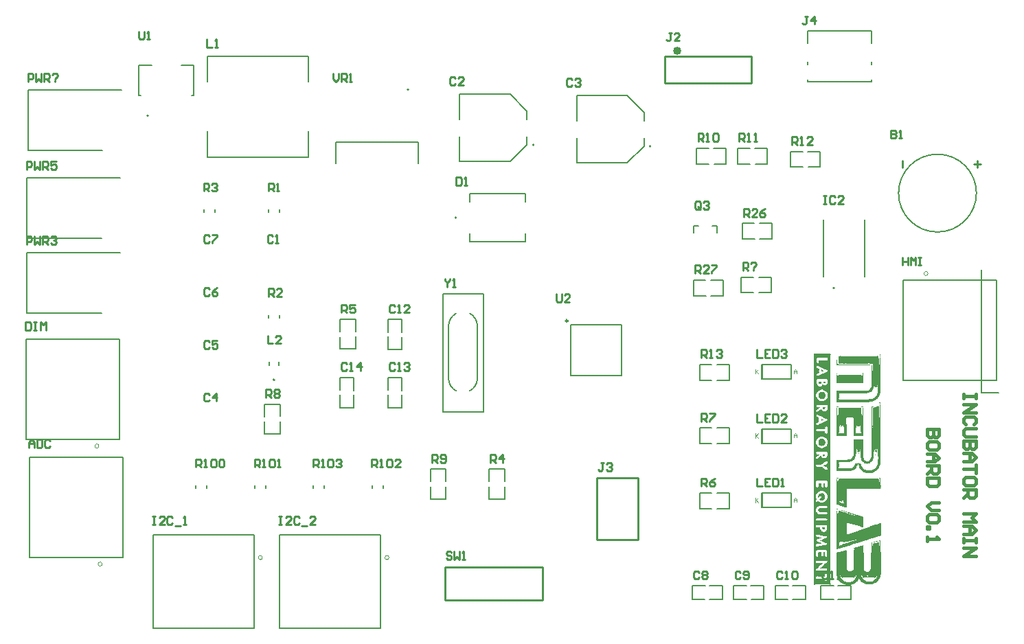
<source format=gto>
G04*
G04 #@! TF.GenerationSoftware,Altium Limited,Altium Designer,22.1.2 (22)*
G04*
G04 Layer_Color=65535*
%FSLAX25Y25*%
%MOIN*%
G70*
G04*
G04 #@! TF.SameCoordinates,3CC87442-B0F0-4D04-9EAA-D9769B1F071C*
G04*
G04*
G04 #@! TF.FilePolarity,Positive*
G04*
G01*
G75*
%ADD10C,0.00787*%
%ADD11C,0.00984*%
%ADD12C,0.00500*%
%ADD13C,0.00000*%
%ADD14C,0.04000*%
%ADD15C,0.01000*%
%ADD16C,0.00800*%
%ADD17C,0.01575*%
%ADD18C,0.00400*%
%ADD19R,0.01000X0.07000*%
G36*
X540802Y253577D02*
X540621D01*
Y253938D01*
Y254118D01*
X540802D01*
Y253577D01*
D02*
G37*
G36*
X561718D02*
X561538D01*
Y253397D01*
X561358D01*
Y253758D01*
Y253938D01*
Y254118D01*
X561718D01*
Y253577D01*
D02*
G37*
G36*
X560456Y253217D02*
X560817D01*
Y252495D01*
X560997D01*
Y252315D01*
X560817D01*
Y252135D01*
X560997D01*
Y246184D01*
X561177D01*
Y249069D01*
X561358D01*
Y252495D01*
X561538D01*
Y252315D01*
X561718D01*
Y235726D01*
X561538D01*
Y235005D01*
X561358D01*
Y234283D01*
X561177D01*
Y233923D01*
X560997D01*
Y233562D01*
X560817D01*
Y233201D01*
X560637D01*
Y233021D01*
X560456D01*
Y232661D01*
X560276D01*
Y232480D01*
X559915D01*
Y232300D01*
X559735D01*
Y232119D01*
X559374D01*
Y231939D01*
X559194D01*
Y231759D01*
X558833D01*
Y231579D01*
X558473D01*
Y231398D01*
X557932D01*
Y231218D01*
X557210D01*
Y231038D01*
X556489D01*
Y230857D01*
X540441D01*
Y231038D01*
X540261D01*
Y231398D01*
X540441D01*
Y235906D01*
X540261D01*
Y236087D01*
X540441D01*
Y236447D01*
X555588D01*
Y236627D01*
X555948D01*
Y236808D01*
X556309D01*
Y236988D01*
X556489D01*
Y237168D01*
X556670D01*
Y237529D01*
X556850D01*
Y237890D01*
X557030D01*
Y238250D01*
X557210D01*
Y248709D01*
X557571D01*
Y248528D01*
X557751D01*
Y246364D01*
Y246184D01*
X557932D01*
Y249610D01*
X557751D01*
Y249791D01*
X557571D01*
Y249610D01*
X556309D01*
Y249791D01*
X556129D01*
Y249610D01*
X555948D01*
Y249791D01*
X555768D01*
Y249610D01*
X554145D01*
Y249791D01*
X553965D01*
Y249610D01*
X545129D01*
Y249791D01*
X544769D01*
Y249610D01*
X543326D01*
Y249791D01*
X543146D01*
Y249610D01*
X542605D01*
Y249791D01*
X542424D01*
Y249610D01*
X541703D01*
Y249791D01*
X541523D01*
Y249971D01*
X541343D01*
Y252856D01*
X541523D01*
Y253217D01*
X541884D01*
Y253397D01*
X542244D01*
Y253217D01*
X559915D01*
Y253397D01*
X560456D01*
Y253217D01*
D02*
G37*
G36*
X561538Y252856D02*
X561358D01*
Y253217D01*
X561538D01*
Y252856D01*
D02*
G37*
G36*
X540802Y249430D02*
X540982D01*
Y249250D01*
X541162D01*
Y249430D01*
X541343D01*
Y249250D01*
X556850D01*
Y249069D01*
X556670D01*
Y248889D01*
X540441D01*
Y251413D01*
X540621D01*
Y253036D01*
X540802D01*
Y249430D01*
D02*
G37*
G36*
X553243Y244922D02*
X553424D01*
Y244381D01*
X553243D01*
Y244201D01*
X553424D01*
Y243840D01*
Y243660D01*
Y240053D01*
X540441D01*
Y240234D01*
X540261D01*
Y240414D01*
X540441D01*
Y244201D01*
X540621D01*
Y244381D01*
X540441D01*
Y244922D01*
X540621D01*
Y245102D01*
X540802D01*
Y243840D01*
X540982D01*
Y243479D01*
X541162D01*
Y243840D01*
X541343D01*
Y244020D01*
X541703D01*
Y244201D01*
X552162D01*
Y244020D01*
X552522D01*
Y243660D01*
X552883D01*
Y244020D01*
X553063D01*
Y244561D01*
X552883D01*
Y244742D01*
X553063D01*
Y245102D01*
X553243D01*
Y244922D01*
D02*
G37*
G36*
X561718Y230497D02*
X561538D01*
Y230136D01*
X561358D01*
Y230316D01*
X561177D01*
Y230677D01*
X561358D01*
Y230857D01*
X561538D01*
Y231038D01*
X561718D01*
Y230497D01*
D02*
G37*
G36*
X560817Y229775D02*
X560456D01*
Y229956D01*
X560637D01*
Y230136D01*
X560817D01*
Y229775D01*
D02*
G37*
G36*
X560276Y229415D02*
X559915D01*
Y229595D01*
X560276D01*
Y229415D01*
D02*
G37*
G36*
X559555Y229054D02*
X559194D01*
Y229235D01*
X559555D01*
Y229054D01*
D02*
G37*
G36*
X553424Y228513D02*
X552522D01*
Y228694D01*
X552883D01*
Y228874D01*
X553424D01*
Y228513D01*
D02*
G37*
G36*
X542424D02*
X542244D01*
Y228694D01*
X542424D01*
Y228513D01*
D02*
G37*
G36*
X541523D02*
X541162D01*
Y228694D01*
X541523D01*
Y228513D01*
D02*
G37*
G36*
X540802Y228694D02*
X540982D01*
Y228513D01*
X540802D01*
Y228333D01*
X540441D01*
Y228513D01*
Y228694D01*
Y228874D01*
X540802D01*
Y228694D01*
D02*
G37*
G36*
X561538Y228153D02*
X561718D01*
Y200925D01*
X561538D01*
Y200384D01*
X561358D01*
Y199663D01*
X561177D01*
Y199302D01*
X560997D01*
Y198941D01*
X560817D01*
Y198581D01*
X560637D01*
Y198400D01*
X560456D01*
Y198220D01*
X560276D01*
Y198040D01*
X560096D01*
Y197859D01*
X559915D01*
Y197679D01*
X559735D01*
Y197499D01*
X559374D01*
Y197318D01*
X559194D01*
Y197138D01*
X558833D01*
Y196958D01*
X558653D01*
Y196777D01*
X558112D01*
Y196597D01*
X557391D01*
Y196417D01*
X555047D01*
Y196597D01*
X554325D01*
Y196777D01*
X553785D01*
Y196958D01*
X553424D01*
Y197138D01*
X553063D01*
Y197318D01*
X552883D01*
Y197499D01*
X552703D01*
Y197679D01*
X552522D01*
Y197859D01*
X552342D01*
Y198040D01*
X552162D01*
Y198220D01*
X551981D01*
Y198400D01*
X551801D01*
Y198581D01*
X551621D01*
Y198941D01*
X551440D01*
Y199482D01*
X551260D01*
Y200204D01*
X551080D01*
Y200564D01*
X550899D01*
Y200745D01*
X550719D01*
Y200564D01*
X550539D01*
Y200204D01*
X550358D01*
Y199663D01*
X550178D01*
Y199302D01*
X549998D01*
Y198941D01*
X549818D01*
Y198761D01*
X549637D01*
Y198581D01*
X549457D01*
Y198400D01*
X549277D01*
Y198220D01*
X549096D01*
Y198040D01*
X548555D01*
Y197859D01*
X548195D01*
Y197679D01*
X547654D01*
Y197499D01*
X540441D01*
Y197679D01*
X540261D01*
Y198040D01*
X540441D01*
Y202548D01*
X540261D01*
Y202728D01*
X540441D01*
Y202908D01*
X540621D01*
Y203089D01*
X540802D01*
Y202908D01*
X545851D01*
Y203089D01*
X546932D01*
Y203269D01*
X547293D01*
Y203449D01*
X547654D01*
Y203630D01*
X547834D01*
Y203810D01*
X548014D01*
Y203990D01*
X548195D01*
Y204351D01*
X548375D01*
Y204712D01*
X548555D01*
Y210482D01*
X548736D01*
Y211924D01*
X548555D01*
Y212465D01*
X548736D01*
Y212645D01*
X552342D01*
Y212465D01*
X552522D01*
Y212645D01*
X553243D01*
Y212465D01*
X553424D01*
Y211924D01*
X553243D01*
Y211744D01*
X553424D01*
Y203630D01*
X553604D01*
Y203089D01*
X553785D01*
Y202908D01*
X553965D01*
Y202728D01*
X554145D01*
Y202548D01*
X554325D01*
Y202367D01*
X554686D01*
Y202187D01*
X555948D01*
Y202367D01*
X556129D01*
Y202548D01*
X556489D01*
Y202728D01*
X556670D01*
Y202908D01*
X556850D01*
Y203449D01*
X557030D01*
Y203990D01*
X557210D01*
Y227431D01*
X557391D01*
Y228333D01*
X557210D01*
Y228694D01*
X557391D01*
Y228874D01*
X557751D01*
Y228694D01*
X557932D01*
Y228874D01*
X558653D01*
Y228694D01*
X558292D01*
Y228513D01*
X557571D01*
Y223645D01*
X557751D01*
Y219497D01*
X557932D01*
Y224366D01*
X558112D01*
Y224727D01*
X557932D01*
Y225989D01*
X558112D01*
Y226169D01*
X557932D01*
Y226349D01*
X558112D01*
Y227251D01*
X557932D01*
Y227431D01*
X558112D01*
Y227972D01*
X558292D01*
Y228153D01*
X558833D01*
Y228333D01*
X559194D01*
Y228513D01*
X559735D01*
Y228694D01*
X560096D01*
Y228874D01*
X560456D01*
Y229054D01*
X560817D01*
Y228874D01*
X560997D01*
Y219497D01*
X561177D01*
Y223464D01*
X561358D01*
Y225087D01*
Y225268D01*
Y229956D01*
X561538D01*
Y228153D01*
D02*
G37*
G36*
X540802Y224366D02*
X540982D01*
Y223645D01*
X541162D01*
Y224546D01*
Y224727D01*
X541343D01*
Y227792D01*
X541523D01*
Y227972D01*
X552342D01*
Y227612D01*
X552522D01*
Y225268D01*
X552703D01*
Y224366D01*
X552883D01*
Y225448D01*
X553063D01*
Y227972D01*
X553243D01*
Y225989D01*
X553424D01*
Y214629D01*
X548555D01*
Y220399D01*
X548736D01*
Y223104D01*
X548555D01*
Y223284D01*
X548375D01*
Y223464D01*
X545490D01*
Y223284D01*
X545310D01*
Y223104D01*
X545129D01*
Y220038D01*
X545310D01*
Y214629D01*
X540261D01*
Y220760D01*
X540441D01*
Y228153D01*
X540802D01*
Y224366D01*
D02*
G37*
G36*
X541343Y193893D02*
X541162D01*
Y194073D01*
X541343D01*
Y193893D01*
D02*
G37*
G36*
X540802Y194073D02*
X540982D01*
Y193893D01*
X540441D01*
Y194253D01*
X540802D01*
Y194073D01*
D02*
G37*
G36*
X561718Y193893D02*
X561538D01*
Y193532D01*
X561718D01*
Y190466D01*
X561899D01*
Y189745D01*
X561718D01*
Y189565D01*
X561899D01*
Y189024D01*
X561718D01*
Y188844D01*
X545310D01*
Y179648D01*
X544588D01*
Y179828D01*
X544047D01*
Y180008D01*
X543687D01*
Y180189D01*
X543146D01*
Y180369D01*
X542605D01*
Y180549D01*
X542064D01*
Y180729D01*
X541703D01*
Y180910D01*
X541343D01*
Y181090D01*
X540441D01*
Y181270D01*
X540261D01*
Y189024D01*
X540441D01*
Y193351D01*
X540621D01*
Y193532D01*
X540802D01*
Y192450D01*
X540982D01*
Y191729D01*
X541162D01*
Y192630D01*
X541343D01*
Y193532D01*
X541703D01*
Y193712D01*
X560637D01*
Y193532D01*
X560997D01*
Y192630D01*
X561177D01*
Y192270D01*
X561358D01*
Y193893D01*
X561177D01*
Y194253D01*
X561718D01*
Y193893D01*
D02*
G37*
G36*
X540982Y178926D02*
X540802D01*
Y178746D01*
X540441D01*
Y178926D01*
Y179107D01*
X540982D01*
Y178926D01*
D02*
G37*
G36*
X542966Y178385D02*
X543326D01*
Y178205D01*
X544047D01*
Y178025D01*
X544408D01*
Y177844D01*
X545310D01*
Y177664D01*
X545490D01*
Y177484D01*
X546211D01*
Y177303D01*
X546752D01*
Y177123D01*
X547293D01*
Y176943D01*
X548195D01*
Y176762D01*
X548555D01*
Y176582D01*
X549277D01*
Y176402D01*
X549637D01*
Y176222D01*
X550358D01*
Y176041D01*
X550899D01*
Y175861D01*
X551260D01*
Y175681D01*
X551981D01*
Y175500D01*
X552342D01*
Y175320D01*
X553063D01*
Y175140D01*
X553424D01*
Y170091D01*
X553063D01*
Y170271D01*
X552342D01*
Y170451D01*
X551801D01*
Y170632D01*
X551260D01*
Y170812D01*
X550539D01*
Y170992D01*
X550178D01*
Y171173D01*
X549277D01*
Y171353D01*
X548916D01*
Y171533D01*
X548195D01*
Y171714D01*
X547293D01*
Y171894D01*
X546752D01*
Y172074D01*
X546031D01*
Y172255D01*
X545310D01*
Y166665D01*
X546211D01*
Y166845D01*
X546572D01*
Y167025D01*
X547113D01*
Y167206D01*
X547654D01*
Y167386D01*
X548014D01*
Y167566D01*
X548736D01*
Y167747D01*
X549277D01*
Y167927D01*
X549818D01*
Y168107D01*
X550358D01*
Y168288D01*
X550719D01*
Y168468D01*
X551260D01*
Y168648D01*
X551621D01*
Y168828D01*
X552342D01*
Y169009D01*
X552703D01*
Y169189D01*
X553243D01*
Y169369D01*
X553785D01*
Y169550D01*
X554325D01*
Y169730D01*
X555047D01*
Y169910D01*
X555407D01*
Y170091D01*
X555948D01*
Y170271D01*
X556489D01*
Y170451D01*
X556850D01*
Y170632D01*
X557391D01*
Y170812D01*
X557751D01*
Y170992D01*
X558473D01*
Y171173D01*
X558833D01*
Y171353D01*
X559555D01*
Y171533D01*
X560276D01*
Y171714D01*
X560637D01*
Y171894D01*
X561177D01*
Y172074D01*
X561358D01*
Y172255D01*
X561718D01*
Y172074D01*
X561899D01*
Y166124D01*
X561718D01*
Y165944D01*
X560817D01*
Y165763D01*
X560456D01*
Y165583D01*
X559915D01*
Y165402D01*
X559374D01*
Y165222D01*
X558833D01*
Y165042D01*
X558292D01*
Y164862D01*
X557751D01*
Y164681D01*
X557030D01*
Y164501D01*
X556670D01*
Y164321D01*
X556129D01*
Y164140D01*
X555227D01*
Y163960D01*
X554866D01*
Y163780D01*
X554145D01*
Y163599D01*
X553604D01*
Y163419D01*
X553063D01*
Y163239D01*
X552522D01*
Y163058D01*
X551981D01*
Y162878D01*
X551260D01*
Y162698D01*
X551080D01*
Y162517D01*
X550358D01*
Y162337D01*
X549818D01*
Y162157D01*
X549096D01*
Y161977D01*
X548375D01*
Y161796D01*
X547834D01*
Y161616D01*
X547293D01*
Y161436D01*
X546932D01*
Y161255D01*
X546211D01*
Y161075D01*
X545670D01*
Y160895D01*
X545310D01*
Y160714D01*
X544588D01*
Y160534D01*
X544047D01*
Y160354D01*
X543326D01*
Y160173D01*
X542605D01*
Y159993D01*
X542244D01*
Y159813D01*
X541523D01*
Y159632D01*
X541162D01*
Y159452D01*
X540261D01*
Y171894D01*
X540441D01*
Y178205D01*
X540621D01*
Y178385D01*
X540802D01*
Y176943D01*
X540982D01*
Y175681D01*
X541162D01*
Y177123D01*
X541343D01*
Y178025D01*
X542244D01*
Y177844D01*
X542785D01*
Y177664D01*
X543506D01*
Y177484D01*
X544047D01*
Y177303D01*
X544769D01*
Y177123D01*
X545310D01*
Y176943D01*
X545851D01*
Y176762D01*
X546391D01*
Y176582D01*
X546932D01*
Y176402D01*
X547473D01*
Y176222D01*
X548014D01*
Y176041D01*
X548375D01*
Y176402D01*
X547473D01*
Y176582D01*
X546932D01*
Y176762D01*
X546752D01*
Y176943D01*
X546031D01*
Y177123D01*
X545670D01*
Y177303D01*
X545310D01*
Y177484D01*
X544769D01*
Y177664D01*
X544408D01*
Y177844D01*
X543687D01*
Y178025D01*
X543326D01*
Y178205D01*
X542785D01*
Y178385D01*
X542244D01*
Y178566D01*
X542966D01*
Y178385D01*
D02*
G37*
G36*
X560276Y163239D02*
X559374D01*
Y163419D01*
X560276D01*
Y163239D01*
D02*
G37*
G36*
X559014Y162878D02*
X558653D01*
Y162698D01*
X558112D01*
Y162878D01*
X558292D01*
Y163058D01*
X559014D01*
Y162878D01*
D02*
G37*
G36*
X561718Y163599D02*
X561538D01*
Y163058D01*
X561718D01*
Y158190D01*
X561899D01*
Y147191D01*
X561718D01*
Y146289D01*
X561538D01*
Y145748D01*
X561358D01*
Y145207D01*
X561177D01*
Y145027D01*
X560997D01*
Y144666D01*
X560817D01*
Y144306D01*
X560637D01*
Y144125D01*
X560456D01*
Y143945D01*
X560276D01*
Y143765D01*
X560096D01*
Y143584D01*
X559915D01*
Y143404D01*
X559555D01*
Y143224D01*
X559374D01*
Y143043D01*
X558833D01*
Y142863D01*
X558473D01*
Y142683D01*
X557932D01*
Y142502D01*
X557030D01*
Y142322D01*
X555407D01*
Y142502D01*
X554506D01*
Y142683D01*
X553965D01*
Y142863D01*
X553604D01*
Y143043D01*
X553243D01*
Y143224D01*
X552883D01*
Y143404D01*
X552703D01*
Y143584D01*
X552522D01*
Y143765D01*
X552342D01*
Y143945D01*
X552162D01*
Y144125D01*
X551981D01*
Y144306D01*
X551801D01*
Y144666D01*
X551621D01*
Y144846D01*
X551440D01*
Y145207D01*
X551080D01*
Y144846D01*
X550899D01*
Y144486D01*
X550719D01*
Y144306D01*
X550539D01*
Y143945D01*
X550358D01*
Y143765D01*
X550178D01*
Y143584D01*
X549998D01*
Y143404D01*
X549818D01*
Y143224D01*
X549637D01*
Y143043D01*
X549277D01*
Y142863D01*
X549096D01*
Y142683D01*
X548736D01*
Y142502D01*
X548195D01*
Y142322D01*
X547654D01*
Y142142D01*
X544769D01*
Y142322D01*
X544408D01*
Y142502D01*
X543687D01*
Y142683D01*
X543506D01*
Y142863D01*
X543146D01*
Y143043D01*
X542785D01*
Y143224D01*
X542424D01*
Y143404D01*
X542244D01*
Y143584D01*
X542064D01*
Y143765D01*
X541884D01*
Y143945D01*
X541703D01*
Y144125D01*
X541523D01*
Y144486D01*
X541343D01*
Y144846D01*
X541162D01*
Y145027D01*
X540982D01*
Y145387D01*
X540802D01*
Y145748D01*
X540621D01*
Y146469D01*
X540441D01*
Y147551D01*
X540261D01*
Y156026D01*
X540441D01*
Y157829D01*
X540621D01*
Y158010D01*
X541703D01*
Y158190D01*
X542244D01*
Y158370D01*
X542966D01*
Y158551D01*
X543687D01*
Y158731D01*
X544047D01*
Y158911D01*
X544769D01*
Y159091D01*
X545129D01*
Y158911D01*
X545310D01*
Y149715D01*
X545490D01*
Y149354D01*
X545670D01*
Y149174D01*
X545851D01*
Y148994D01*
X546031D01*
Y148813D01*
X546572D01*
Y148633D01*
X547473D01*
Y148813D01*
X547834D01*
Y148994D01*
X548195D01*
Y149174D01*
X548375D01*
Y149535D01*
X548555D01*
Y150617D01*
X548736D01*
Y159091D01*
X548916D01*
Y159632D01*
X548736D01*
Y159993D01*
X548916D01*
Y160173D01*
X549277D01*
Y160354D01*
X549818D01*
Y160534D01*
X550539D01*
Y160714D01*
X551080D01*
Y160895D01*
X551621D01*
Y161075D01*
X552342D01*
Y161255D01*
X552883D01*
Y161436D01*
X553243D01*
Y161616D01*
X553424D01*
Y157829D01*
X553604D01*
Y149715D01*
X553785D01*
Y149174D01*
X553965D01*
Y148994D01*
X554145D01*
Y148813D01*
X554325D01*
Y148633D01*
X554686D01*
Y148453D01*
X555948D01*
Y148633D01*
X556309D01*
Y148813D01*
X556489D01*
Y148994D01*
X556670D01*
Y149174D01*
X556850D01*
Y149715D01*
X557030D01*
Y157649D01*
X557210D01*
Y162698D01*
X557751D01*
Y162157D01*
X557571D01*
Y161075D01*
X557932D01*
Y162157D01*
X558292D01*
Y162337D01*
X559014D01*
Y162517D01*
X559915D01*
Y162698D01*
X560276D01*
Y162878D01*
X560997D01*
Y161977D01*
Y161796D01*
Y161616D01*
X561177D01*
Y161075D01*
X561358D01*
Y163599D01*
X561177D01*
Y163780D01*
X561358D01*
Y163960D01*
X561718D01*
Y163599D01*
D02*
G37*
G36*
X537376Y254118D02*
X537556D01*
Y253938D01*
X537376D01*
Y142683D01*
X537556D01*
Y142322D01*
X537376D01*
Y142142D01*
X537015D01*
Y142322D01*
X529983D01*
Y142142D01*
X529442D01*
Y142322D01*
X529261D01*
Y142683D01*
X529442D01*
Y180008D01*
Y180189D01*
Y254298D01*
X537376D01*
Y254118D01*
D02*
G37*
%LPC*%
G36*
X560276Y238971D02*
X560096D01*
Y238791D01*
X560276D01*
Y238971D01*
D02*
G37*
G36*
X558833D02*
X558653D01*
Y238431D01*
X558473D01*
Y237890D01*
X558292D01*
Y237529D01*
X558112D01*
Y237168D01*
X557932D01*
Y236808D01*
X557751D01*
Y236627D01*
X557571D01*
Y236267D01*
X557391D01*
Y236087D01*
X557210D01*
Y235906D01*
X556850D01*
Y235726D01*
X556489D01*
Y235545D01*
X556129D01*
Y235365D01*
X555407D01*
Y235185D01*
X541703D01*
Y232661D01*
X541523D01*
Y232300D01*
X541703D01*
Y232119D01*
X556129D01*
Y232300D01*
X557391D01*
Y232480D01*
X557932D01*
Y232661D01*
X558292D01*
Y232841D01*
X558653D01*
Y233021D01*
X558833D01*
Y233201D01*
X559014D01*
Y233382D01*
X559194D01*
Y233562D01*
X559374D01*
Y233742D01*
X559555D01*
Y233923D01*
X559735D01*
Y234103D01*
X559915D01*
Y234283D01*
X560096D01*
Y235005D01*
X560276D01*
Y235545D01*
X560456D01*
Y238250D01*
X560276D01*
Y238431D01*
X560456D01*
Y238611D01*
X559915D01*
Y238250D01*
X559735D01*
Y238070D01*
X559194D01*
Y238250D01*
X559014D01*
Y238431D01*
X558833D01*
Y238971D01*
D02*
G37*
G36*
X557932Y218776D02*
X557751D01*
Y218596D01*
Y218415D01*
X557932D01*
Y218776D01*
D02*
G37*
G36*
X561177Y218596D02*
X560997D01*
Y218235D01*
X561177D01*
Y218415D01*
Y218596D01*
D02*
G37*
G36*
X559555Y208137D02*
X559374D01*
Y207596D01*
X559555D01*
Y208137D01*
D02*
G37*
G36*
X551801D02*
X551621D01*
Y207957D01*
X551260D01*
Y207596D01*
X551440D01*
Y207777D01*
X551621D01*
Y207596D01*
X551801D01*
Y207416D01*
X551981D01*
Y207777D01*
X551801D01*
Y208137D01*
D02*
G37*
G36*
X560276D02*
X559915D01*
Y207777D01*
X560096D01*
Y206695D01*
X559915D01*
Y206334D01*
X559735D01*
Y206515D01*
X559555D01*
Y206875D01*
X559374D01*
Y206695D01*
X559014D01*
Y207777D01*
X558833D01*
Y208137D01*
X558653D01*
Y206875D01*
X558473D01*
Y204712D01*
X558292D01*
Y204531D01*
X558473D01*
Y204170D01*
X558292D01*
Y203449D01*
X558112D01*
Y202728D01*
X557932D01*
Y202367D01*
X557751D01*
Y202187D01*
X557571D01*
Y202007D01*
X557391D01*
Y201826D01*
X557210D01*
Y201646D01*
X556850D01*
Y201466D01*
X556670D01*
Y201286D01*
X556129D01*
Y201105D01*
X555407D01*
Y200925D01*
X555047D01*
Y201105D01*
X554506D01*
Y201286D01*
X553785D01*
Y201466D01*
X553604D01*
Y201646D01*
X553243D01*
Y201826D01*
X553063D01*
Y202007D01*
X552883D01*
Y202187D01*
X552703D01*
Y202548D01*
X552522D01*
Y202908D01*
X552342D01*
Y203630D01*
X552162D01*
Y206695D01*
X551981D01*
Y206875D01*
Y207056D01*
Y207236D01*
X551621D01*
Y206695D01*
X551440D01*
Y206875D01*
X551260D01*
Y206695D01*
X551080D01*
Y206515D01*
X550719D01*
Y206695D01*
X550358D01*
Y207236D01*
X550539D01*
Y207416D01*
X550358D01*
Y207777D01*
X550539D01*
Y207957D01*
X550358D01*
Y208137D01*
X549998D01*
Y207056D01*
X550178D01*
Y206875D01*
X549998D01*
Y205793D01*
X549818D01*
Y204712D01*
X549637D01*
Y204351D01*
X549457D01*
Y203630D01*
X549277D01*
Y203449D01*
X549096D01*
Y203269D01*
X548916D01*
Y202908D01*
X548555D01*
Y202728D01*
X548375D01*
Y202548D01*
X548195D01*
Y202367D01*
X548014D01*
Y202187D01*
X547473D01*
Y202007D01*
X547113D01*
Y201826D01*
X541703D01*
Y201466D01*
X541523D01*
Y201286D01*
X541703D01*
Y200564D01*
X541523D01*
Y200384D01*
X541703D01*
Y199302D01*
X541523D01*
Y198941D01*
X541703D01*
Y198761D01*
X541884D01*
Y198581D01*
X542064D01*
Y198761D01*
X547473D01*
Y198941D01*
X548014D01*
Y199122D01*
X548375D01*
Y199302D01*
X548555D01*
Y199482D01*
X548736D01*
Y199663D01*
X548916D01*
Y199843D01*
X549096D01*
Y200384D01*
X549277D01*
Y201105D01*
X549457D01*
Y201286D01*
X550719D01*
Y201466D01*
X550899D01*
Y201286D01*
X551981D01*
Y201105D01*
X552162D01*
Y200925D01*
X552342D01*
Y200204D01*
X552522D01*
Y199843D01*
X552703D01*
Y199482D01*
X552883D01*
Y199122D01*
X553063D01*
Y198941D01*
X553243D01*
Y198581D01*
X553424D01*
Y198400D01*
X553785D01*
Y198220D01*
X554145D01*
Y198040D01*
X554686D01*
Y197859D01*
X555768D01*
Y197679D01*
X556670D01*
Y197859D01*
X557571D01*
Y198040D01*
X558112D01*
Y198220D01*
X558473D01*
Y198400D01*
X558833D01*
Y198581D01*
X559014D01*
Y198761D01*
X559194D01*
Y198941D01*
X559374D01*
Y199122D01*
X559555D01*
Y199302D01*
X559735D01*
Y199663D01*
X559915D01*
Y199843D01*
X560096D01*
Y200384D01*
X560276D01*
Y200745D01*
X560456D01*
Y203089D01*
X560637D01*
Y204531D01*
X560456D01*
Y207957D01*
X560276D01*
Y208137D01*
D02*
G37*
%LPD*%
G36*
X559915Y205974D02*
X559735D01*
Y206154D01*
X559915D01*
Y205974D01*
D02*
G37*
G36*
X551260Y205793D02*
X551080D01*
Y205974D01*
X551260D01*
Y205793D01*
D02*
G37*
G36*
X559374Y205433D02*
Y205252D01*
X559014D01*
Y205433D01*
X559194D01*
Y205613D01*
X559374D01*
Y205433D01*
D02*
G37*
%LPC*%
G36*
X551981Y219497D02*
X551801D01*
Y219317D01*
X551621D01*
Y219137D01*
X551440D01*
Y219317D01*
X551260D01*
Y219137D01*
X551080D01*
Y219317D01*
X550899D01*
Y219137D01*
X550719D01*
Y219317D01*
X550539D01*
Y219137D01*
X550358D01*
Y219497D01*
X550178D01*
Y219317D01*
X549998D01*
Y218415D01*
X549818D01*
Y215891D01*
X549998D01*
Y215711D01*
X552162D01*
Y215891D01*
X552342D01*
Y216612D01*
X552162D01*
Y216793D01*
Y216973D01*
Y219137D01*
X551981D01*
Y219497D01*
D02*
G37*
G36*
X542244Y219678D02*
X541884D01*
Y219137D01*
X541703D01*
Y216252D01*
X541523D01*
Y215891D01*
X541703D01*
Y215711D01*
X543867D01*
Y216071D01*
X544047D01*
Y216252D01*
X543867D01*
Y218956D01*
X543687D01*
Y219317D01*
X543326D01*
Y219497D01*
X543146D01*
Y219317D01*
X542966D01*
Y219137D01*
X542785D01*
Y218956D01*
X542424D01*
Y219137D01*
X542605D01*
Y219497D01*
X542244D01*
Y219678D01*
D02*
G37*
G36*
X543687Y183073D02*
X543146D01*
Y182713D01*
X542966D01*
Y182533D01*
X542605D01*
Y182713D01*
X542244D01*
Y182893D01*
X542064D01*
Y183073D01*
X541884D01*
Y182893D01*
X541703D01*
Y182352D01*
X541884D01*
Y182172D01*
X542244D01*
Y181992D01*
X542785D01*
Y181811D01*
X543146D01*
Y181631D01*
X543867D01*
Y181992D01*
X543687D01*
Y182533D01*
Y182713D01*
Y183073D01*
D02*
G37*
G36*
X549277Y176041D02*
X548736D01*
Y175861D01*
X549277D01*
Y176041D01*
D02*
G37*
G36*
X549998Y164140D02*
X549457D01*
Y163960D01*
X549998D01*
Y164140D01*
D02*
G37*
G36*
X544047Y163239D02*
X543867D01*
Y163058D01*
X544047D01*
Y163239D01*
D02*
G37*
G36*
X548916Y163780D02*
X547834D01*
Y163599D01*
X547654D01*
Y163419D01*
X546391D01*
Y163239D01*
X546211D01*
Y163058D01*
X544408D01*
Y162698D01*
X543687D01*
Y163058D01*
X542605D01*
Y163239D01*
X542424D01*
Y163058D01*
X542244D01*
Y163239D01*
X542064D01*
Y163780D01*
X541884D01*
Y162878D01*
X541703D01*
Y161255D01*
X542064D01*
Y161436D01*
X542424D01*
Y161616D01*
X543146D01*
Y161796D01*
X543506D01*
Y161977D01*
X543867D01*
Y162157D01*
X544769D01*
Y162337D01*
X545310D01*
Y162517D01*
X546031D01*
Y162698D01*
X546391D01*
Y162878D01*
X546752D01*
Y163058D01*
X547473D01*
Y163239D01*
X547834D01*
Y163419D01*
X548555D01*
Y163599D01*
X548916D01*
Y163780D01*
D02*
G37*
G36*
X552883Y160895D02*
X552703D01*
Y160714D01*
X552883D01*
Y160895D01*
D02*
G37*
G36*
X555768Y146650D02*
X555047D01*
Y146469D01*
X555227D01*
Y146289D01*
X555588D01*
Y146469D01*
X555768D01*
Y146650D01*
D02*
G37*
G36*
X549998Y146830D02*
X549637D01*
Y146289D01*
X549457D01*
Y146109D01*
X549096D01*
Y145387D01*
X548916D01*
Y145568D01*
X548736D01*
Y145748D01*
X543326D01*
Y145387D01*
X543146D01*
Y145748D01*
X542966D01*
Y145928D01*
X542605D01*
Y146289D01*
X542424D01*
Y146650D01*
X542064D01*
Y146469D01*
X542244D01*
Y145928D01*
X542424D01*
Y145387D01*
X542605D01*
Y145207D01*
X542785D01*
Y145027D01*
X542966D01*
Y144846D01*
X543146D01*
Y144666D01*
X543326D01*
Y144486D01*
X543506D01*
Y144306D01*
X543687D01*
Y144125D01*
X544047D01*
Y143945D01*
X544588D01*
Y143765D01*
X544949D01*
Y143584D01*
X547473D01*
Y143765D01*
X548014D01*
Y143945D01*
X548375D01*
Y144125D01*
X548555D01*
Y144306D01*
X548916D01*
Y144486D01*
X549096D01*
Y144846D01*
X549277D01*
Y145207D01*
X549457D01*
Y145387D01*
X549637D01*
Y146109D01*
X549818D01*
Y146289D01*
X549998D01*
Y146830D01*
D02*
G37*
G36*
X552703Y146650D02*
X552522D01*
Y146109D01*
X552703D01*
Y145928D01*
X552883D01*
Y145387D01*
X553063D01*
Y145207D01*
X553243D01*
Y144846D01*
X553424D01*
Y144666D01*
X553604D01*
Y144486D01*
X553965D01*
Y144306D01*
X554325D01*
Y144125D01*
X554686D01*
Y143945D01*
X555588D01*
Y143765D01*
X556850D01*
Y143945D01*
X557932D01*
Y144125D01*
X558292D01*
Y144306D01*
X558653D01*
Y144486D01*
X558833D01*
Y144666D01*
X559014D01*
Y144846D01*
X559194D01*
Y145027D01*
X559374D01*
Y145207D01*
X559555D01*
Y145387D01*
X559735D01*
Y145748D01*
X559915D01*
Y146469D01*
X559555D01*
Y145748D01*
X559014D01*
Y145387D01*
X558833D01*
Y145568D01*
X558653D01*
Y145748D01*
X553785D01*
Y145568D01*
X553604D01*
Y145387D01*
X553424D01*
Y145928D01*
X553063D01*
Y146109D01*
X552883D01*
Y146469D01*
X552703D01*
Y146650D01*
D02*
G37*
G36*
X535933Y252315D02*
X530884D01*
Y252135D01*
X530704D01*
Y249971D01*
X530884D01*
Y249791D01*
X531606D01*
Y249971D01*
X531786D01*
Y251233D01*
X535933D01*
Y251413D01*
X536114D01*
Y251954D01*
X535933D01*
Y252315D01*
D02*
G37*
G36*
X531425Y248528D02*
X530704D01*
Y248348D01*
Y247627D01*
X530884D01*
Y247446D01*
X531245D01*
Y247266D01*
X531606D01*
Y247086D01*
X531966D01*
Y246545D01*
X531786D01*
Y246364D01*
X531966D01*
Y246004D01*
X531786D01*
Y245824D01*
X531966D01*
Y245102D01*
X531786D01*
Y244922D01*
X531425D01*
Y244742D01*
X531065D01*
Y244561D01*
X530884D01*
Y244381D01*
X530704D01*
Y243660D01*
X531606D01*
Y243840D01*
X531966D01*
Y244020D01*
X532327D01*
Y244201D01*
X532688D01*
Y244381D01*
X533048D01*
Y244561D01*
X533409D01*
Y244742D01*
X533769D01*
Y244922D01*
X534310D01*
Y245102D01*
X534491D01*
Y245283D01*
X535032D01*
Y245463D01*
X535572D01*
Y245643D01*
X535933D01*
Y245824D01*
X536114D01*
Y246364D01*
X535933D01*
Y246545D01*
X535212D01*
Y246725D01*
X535032D01*
Y246905D01*
X534491D01*
Y247086D01*
X534130D01*
Y247266D01*
X533769D01*
Y247446D01*
X533409D01*
Y247627D01*
X532868D01*
Y247807D01*
X532327D01*
Y247987D01*
X532147D01*
Y248168D01*
X531786D01*
Y248348D01*
X531425D01*
Y248528D01*
D02*
G37*
G36*
X535753Y242037D02*
X531065D01*
Y241857D01*
X530704D01*
Y239873D01*
X530884D01*
Y239512D01*
X531065D01*
Y239152D01*
X531245D01*
Y238971D01*
X531425D01*
Y238791D01*
X531786D01*
Y238611D01*
X532868D01*
Y238791D01*
X533228D01*
Y238971D01*
X533409D01*
Y239332D01*
X533950D01*
Y239152D01*
X534310D01*
Y238971D01*
X535032D01*
Y239152D01*
X535392D01*
Y239332D01*
X535572D01*
Y239512D01*
X535753D01*
Y239693D01*
X535933D01*
Y240234D01*
X536114D01*
Y241496D01*
X535933D01*
Y241857D01*
X535753D01*
Y242037D01*
D02*
G37*
G36*
X533769Y236988D02*
X532868D01*
Y236808D01*
X532327D01*
Y236627D01*
X531966D01*
Y236447D01*
X531786D01*
Y236267D01*
X531606D01*
Y236087D01*
X531245D01*
Y235906D01*
X531065D01*
Y235545D01*
X530884D01*
Y235365D01*
X530704D01*
Y234824D01*
X530524D01*
Y233562D01*
X530704D01*
Y233021D01*
X530884D01*
Y232661D01*
X531065D01*
Y232300D01*
X531245D01*
Y232119D01*
X531606D01*
Y231939D01*
X531786D01*
Y231759D01*
X531966D01*
Y231579D01*
X532507D01*
Y231398D01*
X534130D01*
Y231579D01*
X534491D01*
Y231759D01*
X534851D01*
Y231939D01*
X535032D01*
Y232119D01*
X535392D01*
Y232300D01*
X535572D01*
Y232661D01*
X535753D01*
Y232841D01*
X535933D01*
Y233201D01*
X536114D01*
Y235005D01*
X535933D01*
Y235365D01*
X535753D01*
Y235545D01*
X535572D01*
Y235906D01*
X535392D01*
Y236087D01*
X535212D01*
Y236267D01*
X534851D01*
Y236447D01*
X534671D01*
Y236627D01*
X534130D01*
Y236808D01*
X533769D01*
Y236988D01*
D02*
G37*
G36*
X535753Y229595D02*
X530884D01*
Y229415D01*
X530704D01*
Y228513D01*
X532507D01*
Y228333D01*
X532327D01*
Y228153D01*
X532147D01*
Y227972D01*
X531786D01*
Y227792D01*
X531606D01*
Y227612D01*
X531425D01*
Y227431D01*
X531065D01*
Y227251D01*
X530884D01*
Y227071D01*
X530704D01*
Y226710D01*
X530524D01*
Y226530D01*
X530704D01*
Y226169D01*
X531065D01*
Y226349D01*
X531606D01*
Y226530D01*
X531786D01*
Y226710D01*
X531966D01*
Y226890D01*
X532147D01*
Y227071D01*
X532327D01*
Y227251D01*
X532688D01*
Y227431D01*
X532868D01*
Y227251D01*
X533048D01*
Y227071D01*
X533228D01*
Y226710D01*
X533589D01*
Y226530D01*
X533769D01*
Y226349D01*
X534851D01*
Y226530D01*
X535212D01*
Y226710D01*
X535392D01*
Y226890D01*
X535572D01*
Y227071D01*
X535753D01*
Y227251D01*
X535933D01*
Y227792D01*
X536114D01*
Y228874D01*
X535933D01*
Y229415D01*
X535753D01*
Y229595D01*
D02*
G37*
G36*
X531425Y224727D02*
X530704D01*
Y223825D01*
X530884D01*
Y223645D01*
X531245D01*
Y223464D01*
X531606D01*
Y223284D01*
X531786D01*
Y221120D01*
X531425D01*
Y220940D01*
X530884D01*
Y220760D01*
X530704D01*
Y220399D01*
X530524D01*
Y220038D01*
X530704D01*
Y219858D01*
X531606D01*
Y220038D01*
X531786D01*
Y220219D01*
X532147D01*
Y220399D01*
X532507D01*
Y220579D01*
X532868D01*
Y220760D01*
X533589D01*
Y220940D01*
X533769D01*
Y221120D01*
X534310D01*
Y221301D01*
X534491D01*
Y221481D01*
X535032D01*
Y221661D01*
X535392D01*
Y221842D01*
X535753D01*
Y222022D01*
X535933D01*
Y222563D01*
X535753D01*
Y222743D01*
X535212D01*
Y222923D01*
X534851D01*
Y223104D01*
X534310D01*
Y223284D01*
X533950D01*
Y223464D01*
X533589D01*
Y223645D01*
X533228D01*
Y223825D01*
X532868D01*
Y224005D01*
X532327D01*
Y224186D01*
X532147D01*
Y224366D01*
X531786D01*
Y224546D01*
X531425D01*
Y224727D01*
D02*
G37*
G36*
X535753Y219137D02*
X535212D01*
Y218956D01*
X535032D01*
Y218776D01*
X534851D01*
Y218415D01*
X535032D01*
Y218055D01*
X534851D01*
Y217875D01*
X530704D01*
Y217334D01*
X530524D01*
Y217153D01*
X530704D01*
Y216793D01*
X534851D01*
Y216612D01*
X535032D01*
Y216432D01*
X534851D01*
Y215891D01*
X535032D01*
Y215711D01*
X535212D01*
Y215530D01*
X535753D01*
Y215711D01*
X535933D01*
Y216432D01*
X536114D01*
Y216612D01*
X535933D01*
Y218055D01*
X536114D01*
Y218415D01*
X535933D01*
Y218956D01*
X535753D01*
Y219137D01*
D02*
G37*
G36*
X534130Y214088D02*
X532327D01*
Y213908D01*
X532147D01*
Y213727D01*
X531786D01*
Y213547D01*
X531425D01*
Y213367D01*
X531245D01*
Y213186D01*
X531065D01*
Y213006D01*
X530884D01*
Y212645D01*
X530704D01*
Y212465D01*
Y212285D01*
X530524D01*
Y210482D01*
X530704D01*
Y210121D01*
X530884D01*
Y209760D01*
X531065D01*
Y209580D01*
X531245D01*
Y209400D01*
X531425D01*
Y209219D01*
X531606D01*
Y209039D01*
X531966D01*
Y208859D01*
X532147D01*
Y208678D01*
X532688D01*
Y208498D01*
X533769D01*
Y208678D01*
X534310D01*
Y208859D01*
X534491D01*
Y209039D01*
X534851D01*
Y209219D01*
X535032D01*
Y209400D01*
X535392D01*
Y209580D01*
X535572D01*
Y209941D01*
X535753D01*
Y210301D01*
X535933D01*
Y210662D01*
X536114D01*
Y211924D01*
X535933D01*
Y212465D01*
X535753D01*
Y212645D01*
X535572D01*
Y213006D01*
X535392D01*
Y213186D01*
X535212D01*
Y213367D01*
X535032D01*
Y213547D01*
X534671D01*
Y213727D01*
X534310D01*
Y213908D01*
X534130D01*
Y214088D01*
D02*
G37*
G36*
X535753Y206695D02*
X530704D01*
Y206515D01*
X530524D01*
Y205974D01*
X530704D01*
Y205613D01*
X532327D01*
Y205433D01*
X532147D01*
Y205252D01*
X531786D01*
Y205072D01*
X531606D01*
Y204892D01*
X531245D01*
Y204712D01*
X531065D01*
Y204531D01*
X530884D01*
Y204351D01*
X530704D01*
Y204170D01*
X530524D01*
Y203449D01*
X531245D01*
Y203630D01*
X531606D01*
Y203810D01*
X531786D01*
Y203990D01*
X531966D01*
Y204170D01*
X532147D01*
Y204351D01*
X532327D01*
Y204531D01*
X532507D01*
Y204712D01*
X532868D01*
Y204351D01*
X533048D01*
Y204170D01*
X533228D01*
Y203810D01*
X533589D01*
Y203630D01*
X535032D01*
Y203810D01*
X535212D01*
Y203990D01*
X535572D01*
Y204351D01*
X535753D01*
Y204712D01*
X535933D01*
Y206515D01*
X535753D01*
Y206695D01*
D02*
G37*
G36*
Y202187D02*
X535572D01*
Y202007D01*
X535032D01*
Y201826D01*
X534851D01*
Y201646D01*
X534491D01*
Y201466D01*
X534130D01*
Y201286D01*
X533950D01*
Y201105D01*
X533589D01*
Y200925D01*
X533409D01*
Y200745D01*
X533048D01*
Y200564D01*
X530704D01*
Y200384D01*
X530524D01*
Y199663D01*
X530704D01*
Y199482D01*
X533228D01*
Y199302D01*
X533589D01*
Y199122D01*
X533769D01*
Y198941D01*
X534130D01*
Y198761D01*
X534310D01*
Y198581D01*
X534671D01*
Y198400D01*
X534851D01*
Y198220D01*
X535212D01*
Y198040D01*
X535933D01*
Y198941D01*
X535753D01*
Y199122D01*
X535572D01*
Y199302D01*
X535212D01*
Y199482D01*
X534851D01*
Y199663D01*
X534491D01*
Y199843D01*
X534130D01*
Y200204D01*
X534491D01*
Y200384D01*
X534851D01*
Y200564D01*
X535212D01*
Y200745D01*
X535572D01*
Y200925D01*
X535753D01*
Y201105D01*
X535933D01*
Y202007D01*
X535753D01*
Y202187D01*
D02*
G37*
G36*
Y192630D02*
X530704D01*
Y192450D01*
X530524D01*
Y189745D01*
X530704D01*
Y189565D01*
X531425D01*
Y189745D01*
X531606D01*
Y191548D01*
X533048D01*
Y189745D01*
X533228D01*
Y189565D01*
X533950D01*
Y190106D01*
X534130D01*
Y190827D01*
X533950D01*
Y191368D01*
X534130D01*
Y191548D01*
X534851D01*
Y189745D01*
X535032D01*
Y189565D01*
X535753D01*
Y189745D01*
X535933D01*
Y192450D01*
X535753D01*
Y192630D01*
D02*
G37*
G36*
X533950Y187762D02*
X532507D01*
Y187581D01*
X531966D01*
Y187401D01*
X531786D01*
Y187221D01*
X531606D01*
Y187040D01*
X531425D01*
Y186860D01*
X531065D01*
Y186680D01*
X530884D01*
Y186319D01*
X530704D01*
Y186139D01*
X530524D01*
Y185418D01*
X530343D01*
Y184696D01*
X530524D01*
Y183975D01*
X530704D01*
Y183434D01*
X530524D01*
Y183073D01*
X530343D01*
Y182352D01*
X530704D01*
Y182533D01*
X531065D01*
Y182713D01*
X531245D01*
Y182893D01*
X531606D01*
Y182713D01*
X531786D01*
Y182533D01*
X532147D01*
Y182352D01*
X532507D01*
Y182172D01*
X533950D01*
Y182352D01*
X534310D01*
Y182533D01*
X534671D01*
Y182713D01*
X534851D01*
Y182893D01*
X535032D01*
Y183073D01*
X535212D01*
Y183254D01*
X535392D01*
Y183434D01*
X535572D01*
Y183795D01*
X535753D01*
Y184155D01*
X535933D01*
Y185778D01*
X535753D01*
Y186139D01*
X535572D01*
Y186500D01*
X535392D01*
Y186680D01*
X535212D01*
Y186860D01*
X535032D01*
Y187040D01*
X534851D01*
Y187221D01*
X534671D01*
Y187401D01*
X534310D01*
Y187581D01*
X533950D01*
Y187762D01*
D02*
G37*
G36*
X535572Y180549D02*
X532147D01*
Y180369D01*
X531606D01*
Y180189D01*
X531245D01*
Y180008D01*
X531065D01*
Y179828D01*
X530884D01*
Y179648D01*
X530704D01*
Y179287D01*
X530524D01*
Y178926D01*
X530343D01*
Y178025D01*
X530524D01*
Y177484D01*
X530704D01*
Y177303D01*
X530884D01*
Y177123D01*
X531065D01*
Y176943D01*
X531245D01*
Y176762D01*
X531425D01*
Y176582D01*
X532147D01*
Y176402D01*
X535572D01*
Y176582D01*
X535753D01*
Y176762D01*
X535933D01*
Y177123D01*
X535753D01*
Y177484D01*
X531966D01*
Y177664D01*
X531606D01*
Y178025D01*
X531425D01*
Y178926D01*
X531606D01*
Y179107D01*
X531786D01*
Y179287D01*
X532147D01*
Y179467D01*
X535753D01*
Y179648D01*
X535933D01*
Y180189D01*
X535753D01*
Y180369D01*
X535572D01*
Y180549D01*
D02*
G37*
G36*
X535392Y174418D02*
X530704D01*
Y174238D01*
X530524D01*
Y173517D01*
X530704D01*
Y173336D01*
X535753D01*
Y173697D01*
X535933D01*
Y174058D01*
X535753D01*
Y174238D01*
X535392D01*
Y174418D01*
D02*
G37*
G36*
X535572Y171173D02*
X530524D01*
Y170091D01*
X532507D01*
Y169189D01*
X532688D01*
Y168828D01*
X532868D01*
Y168468D01*
X533048D01*
Y168288D01*
X533228D01*
Y168107D01*
X533589D01*
Y167927D01*
X534671D01*
Y168107D01*
X535032D01*
Y168288D01*
X535212D01*
Y168468D01*
X535392D01*
Y168648D01*
X535572D01*
Y169189D01*
X535753D01*
Y170992D01*
X535572D01*
Y171173D01*
D02*
G37*
G36*
X531966Y166484D02*
X530524D01*
Y165763D01*
X530704D01*
Y165583D01*
X531065D01*
Y165402D01*
X531966D01*
Y165222D01*
X533048D01*
Y165042D01*
X532868D01*
Y164862D01*
X532507D01*
Y164681D01*
X531966D01*
Y164501D01*
X531786D01*
Y164321D01*
X530884D01*
Y164140D01*
X530704D01*
Y163960D01*
X530524D01*
Y163780D01*
X530704D01*
Y163419D01*
X530884D01*
Y163239D01*
X531425D01*
Y163058D01*
X531786D01*
Y162878D01*
X531966D01*
Y162698D01*
X532688D01*
Y162517D01*
X532868D01*
Y162337D01*
X533048D01*
Y162157D01*
X531245D01*
Y161977D01*
X530704D01*
Y161796D01*
X530524D01*
Y161616D01*
X530343D01*
Y161075D01*
X530524D01*
Y160895D01*
X531606D01*
Y161075D01*
X532507D01*
Y161255D01*
X533228D01*
Y161436D01*
X534310D01*
Y161616D01*
X535392D01*
Y161796D01*
X535572D01*
Y162337D01*
X535392D01*
Y162517D01*
X534851D01*
Y162698D01*
X534491D01*
Y162878D01*
X534130D01*
Y163058D01*
X533589D01*
Y163239D01*
X533409D01*
Y163419D01*
X532688D01*
Y163599D01*
X532507D01*
Y163780D01*
X532688D01*
Y163960D01*
X533409D01*
Y164140D01*
X533589D01*
Y164321D01*
X533950D01*
Y164501D01*
X534491D01*
Y164681D01*
X534671D01*
Y164862D01*
X535392D01*
Y165042D01*
X535753D01*
Y165583D01*
X535572D01*
Y165763D01*
X534851D01*
Y165944D01*
X533769D01*
Y166124D01*
X532507D01*
Y166304D01*
X531966D01*
Y166484D01*
D02*
G37*
G36*
X535212Y159091D02*
X530884D01*
Y158911D01*
X530524D01*
Y158551D01*
X530343D01*
Y156387D01*
X530524D01*
Y156026D01*
X530704D01*
Y155846D01*
X531245D01*
Y156026D01*
X531425D01*
Y157829D01*
X531606D01*
Y158010D01*
X532868D01*
Y156206D01*
X533048D01*
Y156026D01*
X533769D01*
Y156206D01*
X533950D01*
Y158010D01*
X534671D01*
Y157829D01*
X534851D01*
Y157469D01*
X534671D01*
Y156387D01*
X534851D01*
Y156026D01*
X535032D01*
Y155846D01*
X535572D01*
Y156026D01*
X535753D01*
Y158731D01*
X535572D01*
Y158911D01*
X535212D01*
Y159091D01*
D02*
G37*
G36*
X535753Y153862D02*
X530524D01*
Y153682D01*
X530343D01*
Y152961D01*
X530524D01*
Y152780D01*
X533589D01*
Y152600D01*
X533409D01*
Y152420D01*
X533228D01*
Y152240D01*
X533048D01*
Y152059D01*
X532868D01*
Y151879D01*
X532688D01*
Y151699D01*
X532507D01*
Y151518D01*
X532327D01*
Y151338D01*
X532147D01*
Y151157D01*
X531966D01*
Y150977D01*
X531786D01*
Y150797D01*
X531606D01*
Y150617D01*
X531425D01*
Y150436D01*
X531245D01*
Y150256D01*
X531065D01*
Y150076D01*
X530704D01*
Y149895D01*
X530524D01*
Y149535D01*
X530343D01*
Y148994D01*
X535392D01*
Y149174D01*
X535572D01*
Y149354D01*
X535753D01*
Y149895D01*
X535572D01*
Y150076D01*
X532507D01*
Y150436D01*
X532688D01*
Y150617D01*
X533048D01*
Y150797D01*
X533228D01*
Y150977D01*
X533409D01*
Y151157D01*
X533589D01*
Y151338D01*
X533769D01*
Y151518D01*
X533950D01*
Y151699D01*
X534130D01*
Y151879D01*
X534310D01*
Y152240D01*
X534491D01*
Y152420D01*
X534851D01*
Y152600D01*
X535032D01*
Y152780D01*
X535212D01*
Y152961D01*
X535572D01*
Y153321D01*
X535753D01*
Y153502D01*
X535933D01*
Y153682D01*
X535753D01*
Y153862D01*
D02*
G37*
G36*
X535392Y147551D02*
X535032D01*
Y147371D01*
X534671D01*
Y146289D01*
X533950D01*
Y146469D01*
X533589D01*
Y146289D01*
X531425D01*
Y146469D01*
X530884D01*
Y146289D01*
X530524D01*
Y146109D01*
X530343D01*
Y145387D01*
X530524D01*
Y145207D01*
X534671D01*
Y144306D01*
X534851D01*
Y144125D01*
X535572D01*
Y144306D01*
X535753D01*
Y147191D01*
X535572D01*
Y147371D01*
X535392D01*
Y147551D01*
D02*
G37*
%LPD*%
G36*
X533228Y246545D02*
X533409D01*
Y246364D01*
X533769D01*
Y246184D01*
X534130D01*
Y246004D01*
X533950D01*
Y245824D01*
X533589D01*
Y245643D01*
X533048D01*
Y245824D01*
X532868D01*
Y246004D01*
X533048D01*
Y246184D01*
Y246364D01*
X532868D01*
Y246545D01*
X533048D01*
Y246725D01*
X533228D01*
Y246545D01*
D02*
G37*
G36*
X535032Y240234D02*
X534851D01*
Y240053D01*
X534130D01*
Y240234D01*
X533950D01*
Y240775D01*
X535032D01*
Y240234D01*
D02*
G37*
G36*
X532147Y240775D02*
X533048D01*
Y240234D01*
X532868D01*
Y239873D01*
X532688D01*
Y239693D01*
X531966D01*
Y239873D01*
X531786D01*
Y240234D01*
X531606D01*
Y240775D01*
X531786D01*
Y240955D01*
X532147D01*
Y240775D01*
D02*
G37*
G36*
X533950Y235726D02*
X534310D01*
Y235545D01*
X534491D01*
Y235365D01*
X534671D01*
Y235185D01*
X534851D01*
Y234824D01*
X535032D01*
Y233382D01*
X534851D01*
Y233021D01*
X534671D01*
Y232841D01*
X534491D01*
Y232661D01*
X534310D01*
Y232480D01*
X532327D01*
Y232661D01*
X532147D01*
Y232841D01*
X531966D01*
Y233021D01*
X531786D01*
Y233382D01*
X531606D01*
Y234644D01*
X531786D01*
Y235185D01*
X531966D01*
Y235365D01*
X532147D01*
Y235545D01*
X532327D01*
Y235726D01*
X532688D01*
Y235906D01*
X533950D01*
Y235726D01*
D02*
G37*
G36*
X534851Y228333D02*
X535032D01*
Y227972D01*
X534851D01*
Y227612D01*
X534671D01*
Y227431D01*
X533950D01*
Y227612D01*
X533769D01*
Y228153D01*
X533589D01*
Y228333D01*
X533769D01*
Y228513D01*
X534851D01*
Y228333D01*
D02*
G37*
G36*
X533228Y222563D02*
X533769D01*
Y222382D01*
X534130D01*
Y222202D01*
X533769D01*
Y222022D01*
X533409D01*
Y221842D01*
X532868D01*
Y222743D01*
X533228D01*
Y222563D01*
D02*
G37*
G36*
X534130Y212826D02*
X534310D01*
Y212645D01*
X534491D01*
Y212465D01*
X534671D01*
Y212285D01*
X534851D01*
Y211744D01*
X535032D01*
Y210842D01*
X534851D01*
Y210482D01*
Y210301D01*
X534671D01*
Y210121D01*
X534491D01*
Y209941D01*
X534310D01*
Y209760D01*
X533228D01*
Y209580D01*
X533048D01*
Y209760D01*
X532147D01*
Y209941D01*
X531966D01*
Y210121D01*
X531786D01*
Y210482D01*
X531606D01*
Y212104D01*
X531786D01*
Y212465D01*
X531966D01*
Y212645D01*
X532147D01*
Y212826D01*
X532327D01*
Y213006D01*
X534130D01*
Y212826D01*
D02*
G37*
G36*
X534851Y204892D02*
X534671D01*
Y204712D01*
X534491D01*
Y204531D01*
X533950D01*
Y204712D01*
X533769D01*
Y205072D01*
X533589D01*
Y205613D01*
X534851D01*
Y204892D01*
D02*
G37*
G36*
X533589Y186500D02*
X534310D01*
Y186319D01*
X534491D01*
Y185959D01*
X534671D01*
Y185778D01*
X534851D01*
Y184155D01*
X534671D01*
Y183795D01*
X534491D01*
Y183615D01*
X534310D01*
Y183434D01*
X533950D01*
Y183254D01*
X532507D01*
Y183434D01*
X532147D01*
Y183795D01*
X532327D01*
Y183975D01*
X532507D01*
Y184155D01*
X532688D01*
Y184516D01*
X532868D01*
Y185057D01*
X531966D01*
Y184696D01*
X531786D01*
Y184516D01*
X531425D01*
Y185418D01*
X531606D01*
Y185778D01*
Y185959D01*
X531786D01*
Y186139D01*
X531966D01*
Y186319D01*
X532147D01*
Y186500D01*
X532868D01*
Y186680D01*
X533589D01*
Y186500D01*
D02*
G37*
G36*
X534851Y169730D02*
X534671D01*
Y169189D01*
X534491D01*
Y169009D01*
X533769D01*
Y169189D01*
X533589D01*
Y169550D01*
X533409D01*
Y170091D01*
X534851D01*
Y169730D01*
D02*
G37*
D10*
X332776Y382579D02*
G03*
X332776Y382579I-394J0D01*
G01*
X539390Y286280D02*
G03*
X539390Y286280I-394J0D01*
G01*
X393504Y355807D02*
G03*
X393504Y355807I-394J0D01*
G01*
X355906Y320472D02*
G03*
X355906Y320472I-394J0D01*
G01*
X450295Y355118D02*
G03*
X450295Y355118I-394J0D01*
G01*
X206437Y369988D02*
G03*
X206437Y369988I-394J0D01*
G01*
X267627Y241674D02*
G03*
X267627Y241674I-394J0D01*
G01*
X411221Y268602D02*
X436024D01*
Y243799D02*
Y268602D01*
X411221Y243799D02*
X436024D01*
X411221D02*
Y268602D01*
X147933Y353248D02*
X184153D01*
X147933D02*
Y382382D01*
X193209D01*
X264871Y248761D02*
Y250336D01*
X269595Y248761D02*
Y250336D01*
X147324Y310523D02*
X183545D01*
X147324D02*
Y339657D01*
X192600D01*
X147324Y274202D02*
X183545D01*
X147324D02*
Y303336D01*
X192600D01*
X610532Y235335D02*
X619193D01*
X610532Y235433D02*
Y295276D01*
D11*
X409941Y270374D02*
G03*
X409941Y270374I-492J0D01*
G01*
D12*
X355807Y274009D02*
G03*
X352055Y267808I3248J-6201D01*
G01*
X366055D02*
G03*
X362303Y274009I-7000J0D01*
G01*
X352055Y242508D02*
G03*
X355807Y236307I7000J0D01*
G01*
X362303D02*
G03*
X366055Y242508I-3248J6201D01*
G01*
X608268Y332382D02*
G03*
X608268Y332382I-18898J0D01*
G01*
X337421Y346791D02*
Y357197D01*
X297421D02*
X337421D01*
X297421Y346791D02*
Y357197D01*
X533957Y291831D02*
Y319390D01*
X554035Y291831D02*
Y319390D01*
X329384Y236568D02*
Y242868D01*
Y228268D02*
Y234468D01*
X322584Y228194D02*
X329384D01*
X322584Y228268D02*
Y234368D01*
Y236668D02*
Y242868D01*
X329384D01*
X306150Y236568D02*
Y242868D01*
Y228268D02*
Y234468D01*
X299350Y228194D02*
X306150D01*
X299350Y228268D02*
Y234368D01*
Y236668D02*
Y242868D01*
X306150D01*
X264694Y322991D02*
Y324329D01*
X270048Y322991D02*
Y324329D01*
X264694Y271789D02*
Y273128D01*
X270048Y271789D02*
Y273128D01*
X234941Y349705D02*
X284154D01*
X234941Y398917D02*
X284154D01*
Y349705D02*
Y362303D01*
X234941Y349705D02*
Y362303D01*
Y386319D02*
Y398917D01*
X284154Y386319D02*
Y398917D01*
X357480Y368209D02*
Y380413D01*
Y347736D02*
Y359941D01*
X390158Y355906D02*
Y359941D01*
X381988Y347736D02*
X390158Y355906D01*
X357480Y380413D02*
X381988D01*
X390158Y368209D02*
Y372244D01*
X381988Y380413D02*
X390158Y372244D01*
X357480Y347736D02*
X381988D01*
X362451Y308858D02*
X389518D01*
X362451D02*
Y312953D01*
X389518Y308858D02*
Y312953D01*
X362451Y332087D02*
X389518D01*
Y327992D02*
Y332087D01*
X362451Y327992D02*
Y332087D01*
X414272Y367520D02*
Y379724D01*
Y347047D02*
Y359252D01*
X446949Y355217D02*
Y359252D01*
X438779Y347047D02*
X446949Y355217D01*
X414272Y379724D02*
X438779D01*
X446949Y367520D02*
Y371555D01*
X438779Y379724D02*
X446949Y371555D01*
X414272Y347047D02*
X438779D01*
X201831Y379882D02*
Y394528D01*
X228287Y379882D02*
Y394528D01*
X201831Y379882D02*
X202854D01*
X227303D02*
X228287D01*
X222421Y394528D02*
X228287D01*
X201831D02*
X208130D01*
X233366Y322991D02*
Y324329D01*
X238720Y322991D02*
Y324329D01*
X379292Y183944D02*
Y189945D01*
X371692Y183944D02*
X379292D01*
X371692D02*
Y189744D01*
Y198345D02*
X379292D01*
X371692Y192445D02*
Y198345D01*
X379292Y192445D02*
Y198345D01*
X532678Y141798D02*
X538978D01*
X541078D02*
X547278D01*
X547352Y134998D02*
Y141798D01*
X541178Y134998D02*
X547278D01*
X532678D02*
X538878D01*
X532678D02*
Y141798D01*
X510630D02*
X516930D01*
X519030D02*
X525230D01*
X525304Y134998D02*
Y141798D01*
X519130Y134998D02*
X525230D01*
X510630D02*
X516830D01*
X510630D02*
Y141798D01*
X490452D02*
X496752D01*
X498852D02*
X505052D01*
X505126Y134998D02*
Y141798D01*
X498952Y134998D02*
X505052D01*
X490452D02*
X496652D01*
X490452D02*
Y141798D01*
X470274D02*
X476574D01*
X478674D02*
X484874D01*
X484948Y134998D02*
Y141798D01*
X478774Y134998D02*
X484874D01*
X470274D02*
X476474D01*
X470274D02*
Y141798D01*
X369155Y226008D02*
Y283508D01*
X349455Y226008D02*
X369155Y226008D01*
X349455Y226008D02*
Y283508D01*
X369155Y283508D01*
X366055Y242508D02*
Y268008D01*
X352019Y242472D02*
Y268008D01*
X306950Y256678D02*
Y262678D01*
X299350Y256678D02*
X306950D01*
X299350D02*
Y262478D01*
Y271078D02*
X306950D01*
X299350Y265178D02*
Y271078D01*
X306950Y265178D02*
Y271078D01*
X322584Y256404D02*
Y262704D01*
Y264804D02*
Y271004D01*
Y271078D02*
X329384D01*
Y264904D02*
Y271004D01*
Y256404D02*
Y262604D01*
X322584Y256404D02*
X329384D01*
X503899Y210952D02*
Y217952D01*
X518516D01*
Y210952D02*
Y217952D01*
X503899Y210952D02*
X518516D01*
X503899Y179772D02*
Y186772D01*
X518516D01*
Y179772D02*
Y186772D01*
X503899Y179772D02*
X518516D01*
X482302Y218367D02*
X488302D01*
Y210767D02*
Y218367D01*
X482502Y210767D02*
X488302D01*
X473902D02*
Y218367D01*
Y210767D02*
X479802D01*
X473902Y218367D02*
X479802D01*
X482302Y186772D02*
X488302D01*
Y179172D02*
Y186772D01*
X482502Y179172D02*
X488302D01*
X473902D02*
Y186772D01*
Y179172D02*
X479802D01*
X473902Y186772D02*
X479802D01*
X503899Y242132D02*
Y249132D01*
X518516D01*
Y242132D02*
Y249132D01*
X503899Y242132D02*
X518516D01*
X482302Y249132D02*
X488302D01*
Y241532D02*
Y249132D01*
X482502Y241532D02*
X488302D01*
X473902D02*
Y249132D01*
Y241532D02*
X479802D01*
X473902Y249132D02*
X479802D01*
X262637Y223936D02*
Y229936D01*
X270237D01*
Y224136D02*
Y229936D01*
X262637Y215536D02*
X270237D01*
Y221436D01*
X262637Y215536D02*
Y221436D01*
X350817Y183944D02*
Y189945D01*
X343217Y183944D02*
X350817D01*
X343217D02*
Y189744D01*
Y198345D02*
X350817D01*
X343217Y192445D02*
Y198345D01*
X350817Y192445D02*
Y198345D01*
X557480Y386417D02*
Y387372D01*
X526378Y386417D02*
Y387372D01*
Y386417D02*
X557480D01*
X526378Y394672D02*
Y396072D01*
X557480Y394772D02*
Y396172D01*
X526378Y405004D02*
Y411004D01*
X557480Y405004D02*
Y411004D01*
X526378D02*
X557480D01*
X318996Y121161D02*
Y166437D01*
X270177D02*
X318996D01*
X270177Y121161D02*
Y166437D01*
Y121161D02*
X318996D01*
X480816Y354174D02*
X486816D01*
Y346574D02*
Y354174D01*
X481016Y346574D02*
X486816D01*
X472416D02*
Y354174D01*
Y346574D02*
X478316D01*
X472416Y354174D02*
X478316D01*
X500798D02*
X506798D01*
Y346574D02*
Y354174D01*
X500998Y346574D02*
X506798D01*
X492398D02*
Y354174D01*
Y346574D02*
X498298D01*
X492398Y354174D02*
X498298D01*
X291812Y188996D02*
Y190335D01*
X286457Y188996D02*
Y190335D01*
X526495Y352619D02*
X532495D01*
Y345019D02*
Y352619D01*
X526695Y345019D02*
X532495D01*
X518095D02*
Y352619D01*
Y345019D02*
X523995D01*
X518095Y352619D02*
X523995D01*
X320286Y188996D02*
Y190335D01*
X314932Y188996D02*
Y190335D01*
X257579Y121161D02*
Y166437D01*
X208760D02*
X257579D01*
X208760Y121161D02*
Y166437D01*
Y121161D02*
X257579D01*
X234862Y188996D02*
Y190335D01*
X229508Y188996D02*
Y190335D01*
X263337Y188996D02*
Y190335D01*
X257983Y188996D02*
Y190335D01*
X572736Y290158D02*
X618012D01*
X572736Y241339D02*
Y290158D01*
Y241339D02*
X618012D01*
Y290158D01*
X148721Y155413D02*
X193996D01*
Y204232D01*
X148721D02*
X193996D01*
X148721Y155413D02*
Y204232D01*
X147146Y212697D02*
X192421D01*
Y261516D01*
X147146D02*
X192421D01*
X147146Y212697D02*
Y261516D01*
X494178Y283996D02*
X500178D01*
X494178D02*
Y291596D01*
X499978D01*
X508578Y283996D02*
Y291596D01*
X502678D02*
X508578D01*
X502678Y283996D02*
X508578D01*
X494572Y310078D02*
X500572D01*
X494572D02*
Y317678D01*
X500372D01*
X508972Y310078D02*
Y317678D01*
X503072D02*
X508972D01*
X503072Y310078D02*
X508972D01*
X470950Y282519D02*
X476950D01*
X470950D02*
Y290119D01*
X476750D01*
X485350Y282519D02*
Y290119D01*
X479450D02*
X485350D01*
X479450Y282519D02*
X485350D01*
D13*
X323146Y155413D02*
G03*
X323146Y155413I-1000J0D01*
G01*
X261728D02*
G03*
X261728Y155413I-1000J0D01*
G01*
X584760Y293307D02*
G03*
X584760Y293307I-1000J0D01*
G01*
X183972Y152264D02*
G03*
X183972Y152264I-1000J0D01*
G01*
X182398Y209547D02*
G03*
X182398Y209547I-1000J0D01*
G01*
D14*
X462961Y401324D02*
D03*
D15*
X460061Y398824D02*
X499161D01*
X457061D02*
X460061D01*
X457061Y385824D02*
Y398824D01*
Y385824D02*
X499161D01*
Y398824D01*
X444173Y164094D02*
Y194095D01*
X424173D02*
X444173D01*
X424173Y164094D02*
Y194095D01*
Y164094D02*
X444173D01*
X350394Y134941D02*
X397638D01*
X350394D02*
Y150915D01*
X397638D01*
Y134941D02*
Y150915D01*
X296000Y390336D02*
Y387712D01*
X297312Y386400D01*
X298624Y387712D01*
Y390336D01*
X299936Y386400D02*
Y390336D01*
X301904D01*
X302560Y389680D01*
Y388368D01*
X301904Y387712D01*
X299936D01*
X301248D02*
X302560Y386400D01*
X303871D02*
X305183D01*
X304527D01*
Y390336D01*
X303871Y389680D01*
X533900Y331036D02*
X535212D01*
X534556D01*
Y327100D01*
X533900D01*
X535212D01*
X539804Y330380D02*
X539148Y331036D01*
X537836D01*
X537180Y330380D01*
Y327756D01*
X537836Y327100D01*
X539148D01*
X539804Y327756D01*
X543739Y327100D02*
X541116D01*
X543739Y329724D01*
Y330380D01*
X543083Y331036D01*
X541772D01*
X541116Y330380D01*
X325924Y249380D02*
X325268Y250036D01*
X323956D01*
X323300Y249380D01*
Y246756D01*
X323956Y246100D01*
X325268D01*
X325924Y246756D01*
X327236Y246100D02*
X328548D01*
X327892D01*
Y250036D01*
X327236Y249380D01*
X330516D02*
X331171Y250036D01*
X332483D01*
X333139Y249380D01*
Y248724D01*
X332483Y248068D01*
X331827D01*
X332483D01*
X333139Y247412D01*
Y246756D01*
X332483Y246100D01*
X331171D01*
X330516Y246756D01*
X302724Y249380D02*
X302068Y250036D01*
X300756D01*
X300100Y249380D01*
Y246756D01*
X300756Y246100D01*
X302068D01*
X302724Y246756D01*
X304036Y246100D02*
X305348D01*
X304692D01*
Y250036D01*
X304036Y249380D01*
X309283Y246100D02*
Y250036D01*
X307315Y248068D01*
X309939D01*
X404300Y283436D02*
Y280156D01*
X404956Y279500D01*
X406268D01*
X406924Y280156D01*
Y283436D01*
X410860Y279500D02*
X408236D01*
X410860Y282124D01*
Y282780D01*
X410204Y283436D01*
X408892D01*
X408236Y282780D01*
X147900Y386500D02*
Y390436D01*
X149868D01*
X150524Y389780D01*
Y388468D01*
X149868Y387812D01*
X147900D01*
X151836Y390436D02*
Y386500D01*
X153148Y387812D01*
X154460Y386500D01*
Y390436D01*
X155772Y386500D02*
Y390436D01*
X157739D01*
X158395Y389780D01*
Y388468D01*
X157739Y387812D01*
X155772D01*
X157083D02*
X158395Y386500D01*
X159707Y389780D02*
X160363Y390436D01*
X161675D01*
X162331Y389780D01*
Y389124D01*
X161019Y387812D01*
Y387156D02*
Y386500D01*
X264600Y333300D02*
Y337236D01*
X266568D01*
X267224Y336580D01*
Y335268D01*
X266568Y334612D01*
X264600D01*
X265912D02*
X267224Y333300D01*
X268536D02*
X269848D01*
X269192D01*
Y337236D01*
X268536Y336580D01*
X266824Y311380D02*
X266168Y312036D01*
X264856D01*
X264200Y311380D01*
Y308756D01*
X264856Y308100D01*
X266168D01*
X266824Y308756D01*
X268136Y308100D02*
X269448D01*
X268792D01*
Y312036D01*
X268136Y311380D01*
X264600Y282100D02*
Y286036D01*
X266568D01*
X267224Y285380D01*
Y284068D01*
X266568Y283412D01*
X264600D01*
X265912D02*
X267224Y282100D01*
X271160D02*
X268536D01*
X271160Y284724D01*
Y285380D01*
X270504Y286036D01*
X269192D01*
X268536Y285380D01*
X234700Y407136D02*
Y403200D01*
X237324D01*
X238636D02*
X239948D01*
X239292D01*
Y407136D01*
X238636Y406480D01*
X355324Y388180D02*
X354668Y388836D01*
X353356D01*
X352700Y388180D01*
Y385556D01*
X353356Y384900D01*
X354668D01*
X355324Y385556D01*
X359260Y384900D02*
X356636D01*
X359260Y387524D01*
Y388180D01*
X358604Y388836D01*
X357292D01*
X356636Y388180D01*
X355700Y340136D02*
Y336200D01*
X357668D01*
X358324Y336856D01*
Y339480D01*
X357668Y340136D01*
X355700D01*
X359636Y336200D02*
X360948D01*
X360292D01*
Y340136D01*
X359636Y339480D01*
X412124Y387480D02*
X411468Y388136D01*
X410156D01*
X409500Y387480D01*
Y384856D01*
X410156Y384200D01*
X411468D01*
X412124Y384856D01*
X413436Y387480D02*
X414092Y388136D01*
X415404D01*
X416060Y387480D01*
Y386824D01*
X415404Y386168D01*
X414748D01*
X415404D01*
X416060Y385512D01*
Y384856D01*
X415404Y384200D01*
X414092D01*
X413436Y384856D01*
X201700Y410936D02*
Y407656D01*
X202356Y407000D01*
X203668D01*
X204324Y407656D01*
Y410936D01*
X205636Y407000D02*
X206948D01*
X206292D01*
Y410936D01*
X205636Y410280D01*
X233200Y333300D02*
Y337236D01*
X235168D01*
X235824Y336580D01*
Y335268D01*
X235168Y334612D01*
X233200D01*
X234512D02*
X235824Y333300D01*
X237136Y336580D02*
X237792Y337236D01*
X239104D01*
X239760Y336580D01*
Y335924D01*
X239104Y335268D01*
X238448D01*
X239104D01*
X239760Y334612D01*
Y333956D01*
X239104Y333300D01*
X237792D01*
X237136Y333956D01*
X235924Y311380D02*
X235268Y312036D01*
X233956D01*
X233300Y311380D01*
Y308756D01*
X233956Y308100D01*
X235268D01*
X235924Y308756D01*
X237236Y312036D02*
X239860D01*
Y311380D01*
X237236Y308756D01*
Y308100D01*
X235924Y285780D02*
X235268Y286436D01*
X233956D01*
X233300Y285780D01*
Y283156D01*
X233956Y282500D01*
X235268D01*
X235924Y283156D01*
X239860Y286436D02*
X238548Y285780D01*
X237236Y284468D01*
Y283156D01*
X237892Y282500D01*
X239204D01*
X239860Y283156D01*
Y283812D01*
X239204Y284468D01*
X237236D01*
X235924Y260180D02*
X235268Y260836D01*
X233956D01*
X233300Y260180D01*
Y257556D01*
X233956Y256900D01*
X235268D01*
X235924Y257556D01*
X239860Y260836D02*
X237236D01*
Y258868D01*
X238548Y259524D01*
X239204D01*
X239860Y258868D01*
Y257556D01*
X239204Y256900D01*
X237892D01*
X237236Y257556D01*
X235924Y234580D02*
X235268Y235236D01*
X233956D01*
X233300Y234580D01*
Y231956D01*
X233956Y231300D01*
X235268D01*
X235924Y231956D01*
X239204Y231300D02*
Y235236D01*
X237236Y233268D01*
X239860D01*
X264200Y263236D02*
Y259300D01*
X266824D01*
X270760D02*
X268136D01*
X270760Y261924D01*
Y262580D01*
X270104Y263236D01*
X268792D01*
X268136Y262580D01*
X460224Y410236D02*
X458912D01*
X459568D01*
Y406956D01*
X458912Y406300D01*
X458256D01*
X457600Y406956D01*
X464160Y406300D02*
X461536D01*
X464160Y408924D01*
Y409580D01*
X463504Y410236D01*
X462192D01*
X461536Y409580D01*
X372400Y201600D02*
Y205536D01*
X374368D01*
X375024Y204880D01*
Y203568D01*
X374368Y202912D01*
X372400D01*
X373712D02*
X375024Y201600D01*
X378304D02*
Y205536D01*
X376336Y203568D01*
X378960D01*
X536024Y148280D02*
X535368Y148936D01*
X534056D01*
X533400Y148280D01*
Y145656D01*
X534056Y145000D01*
X535368D01*
X536024Y145656D01*
X537336Y145000D02*
X538648D01*
X537992D01*
Y148936D01*
X537336Y148280D01*
X540616Y145000D02*
X541927D01*
X541271D01*
Y148936D01*
X540616Y148280D01*
X514024D02*
X513368Y148936D01*
X512056D01*
X511400Y148280D01*
Y145656D01*
X512056Y145000D01*
X513368D01*
X514024Y145656D01*
X515336Y145000D02*
X516648D01*
X515992D01*
Y148936D01*
X515336Y148280D01*
X518615D02*
X519272Y148936D01*
X520583D01*
X521239Y148280D01*
Y145656D01*
X520583Y145000D01*
X519272D01*
X518615Y145656D01*
Y148280D01*
X493824D02*
X493168Y148936D01*
X491856D01*
X491200Y148280D01*
Y145656D01*
X491856Y145000D01*
X493168D01*
X493824Y145656D01*
X495136D02*
X495792Y145000D01*
X497104D01*
X497760Y145656D01*
Y148280D01*
X497104Y148936D01*
X495792D01*
X495136Y148280D01*
Y147624D01*
X495792Y146968D01*
X497760D01*
X473624Y148280D02*
X472968Y148936D01*
X471656D01*
X471000Y148280D01*
Y145656D01*
X471656Y145000D01*
X472968D01*
X473624Y145656D01*
X474936Y148280D02*
X475592Y148936D01*
X476904D01*
X477560Y148280D01*
Y147624D01*
X476904Y146968D01*
X477560Y146312D01*
Y145656D01*
X476904Y145000D01*
X475592D01*
X474936Y145656D01*
Y146312D01*
X475592Y146968D01*
X474936Y147624D01*
Y148280D01*
X475592Y146968D02*
X476904D01*
X350200Y290736D02*
Y290080D01*
X351512Y288768D01*
X352824Y290080D01*
Y290736D01*
X351512Y288768D02*
Y286800D01*
X354136D02*
X355448D01*
X354792D01*
Y290736D01*
X354136Y290080D01*
X300100Y274300D02*
Y278236D01*
X302068D01*
X302724Y277580D01*
Y276268D01*
X302068Y275612D01*
X300100D01*
X301412D02*
X302724Y274300D01*
X306660Y278236D02*
X304036D01*
Y276268D01*
X305348Y276924D01*
X306004D01*
X306660Y276268D01*
Y274956D01*
X306004Y274300D01*
X304692D01*
X304036Y274956D01*
X325924Y277580D02*
X325268Y278236D01*
X323956D01*
X323300Y277580D01*
Y274956D01*
X323956Y274300D01*
X325268D01*
X325924Y274956D01*
X327236Y274300D02*
X328548D01*
X327892D01*
Y278236D01*
X327236Y277580D01*
X333139Y274300D02*
X330516D01*
X333139Y276924D01*
Y277580D01*
X332483Y278236D01*
X331171D01*
X330516Y277580D01*
X501600Y225136D02*
Y221200D01*
X504224D01*
X508160Y225136D02*
X505536D01*
Y221200D01*
X508160D01*
X505536Y223168D02*
X506848D01*
X509472Y225136D02*
Y221200D01*
X511439D01*
X512095Y221856D01*
Y224480D01*
X511439Y225136D01*
X509472D01*
X516031Y221200D02*
X513407D01*
X516031Y223824D01*
Y224480D01*
X515375Y225136D01*
X514063D01*
X513407Y224480D01*
X501600Y193936D02*
Y190000D01*
X504224D01*
X508160Y193936D02*
X505536D01*
Y190000D01*
X508160D01*
X505536Y191968D02*
X506848D01*
X509472Y193936D02*
Y190000D01*
X511439D01*
X512095Y190656D01*
Y193280D01*
X511439Y193936D01*
X509472D01*
X513407Y190000D02*
X514719D01*
X514063D01*
Y193936D01*
X513407Y193280D01*
X474700Y221600D02*
Y225536D01*
X476668D01*
X477324Y224880D01*
Y223568D01*
X476668Y222912D01*
X474700D01*
X476012D02*
X477324Y221600D01*
X478636Y225536D02*
X481260D01*
Y224880D01*
X478636Y222256D01*
Y221600D01*
X474700Y190000D02*
Y193936D01*
X476668D01*
X477324Y193280D01*
Y191968D01*
X476668Y191312D01*
X474700D01*
X476012D02*
X477324Y190000D01*
X481260Y193936D02*
X479948Y193280D01*
X478636Y191968D01*
Y190656D01*
X479292Y190000D01*
X480604D01*
X481260Y190656D01*
Y191312D01*
X480604Y191968D01*
X478636D01*
X501600Y256336D02*
Y252400D01*
X504224D01*
X508160Y256336D02*
X505536D01*
Y252400D01*
X508160D01*
X505536Y254368D02*
X506848D01*
X509472Y256336D02*
Y252400D01*
X511439D01*
X512095Y253056D01*
Y255680D01*
X511439Y256336D01*
X509472D01*
X513407Y255680D02*
X514063Y256336D01*
X515375D01*
X516031Y255680D01*
Y255024D01*
X515375Y254368D01*
X514719D01*
X515375D01*
X516031Y253712D01*
Y253056D01*
X515375Y252400D01*
X514063D01*
X513407Y253056D01*
X427324Y201536D02*
X426012D01*
X426668D01*
Y198256D01*
X426012Y197600D01*
X425356D01*
X424700Y198256D01*
X428636Y200880D02*
X429292Y201536D01*
X430604D01*
X431260Y200880D01*
Y200224D01*
X430604Y199568D01*
X429948D01*
X430604D01*
X431260Y198912D01*
Y198256D01*
X430604Y197600D01*
X429292D01*
X428636Y198256D01*
X474700Y252400D02*
Y256336D01*
X476668D01*
X477324Y255680D01*
Y254368D01*
X476668Y253712D01*
X474700D01*
X476012D02*
X477324Y252400D01*
X478636D02*
X479948D01*
X479292D01*
Y256336D01*
X478636Y255680D01*
X481916D02*
X482572Y256336D01*
X483883D01*
X484539Y255680D01*
Y255024D01*
X483883Y254368D01*
X483227D01*
X483883D01*
X484539Y253712D01*
Y253056D01*
X483883Y252400D01*
X482572D01*
X481916Y253056D01*
X263400Y233200D02*
Y237136D01*
X265368D01*
X266024Y236480D01*
Y235168D01*
X265368Y234512D01*
X263400D01*
X264712D02*
X266024Y233200D01*
X267336Y236480D02*
X267992Y237136D01*
X269304D01*
X269960Y236480D01*
Y235824D01*
X269304Y235168D01*
X269960Y234512D01*
Y233856D01*
X269304Y233200D01*
X267992D01*
X267336Y233856D01*
Y234512D01*
X267992Y235168D01*
X267336Y235824D01*
Y236480D01*
X267992Y235168D02*
X269304D01*
X344000Y201600D02*
Y205536D01*
X345968D01*
X346624Y204880D01*
Y203568D01*
X345968Y202912D01*
X344000D01*
X345312D02*
X346624Y201600D01*
X347936Y202256D02*
X348592Y201600D01*
X349904D01*
X350560Y202256D01*
Y204880D01*
X349904Y205536D01*
X348592D01*
X347936Y204880D01*
Y204224D01*
X348592Y203568D01*
X350560D01*
X353524Y157680D02*
X352868Y158336D01*
X351556D01*
X350900Y157680D01*
Y157024D01*
X351556Y156368D01*
X352868D01*
X353524Y155712D01*
Y155056D01*
X352868Y154400D01*
X351556D01*
X350900Y155056D01*
X354836Y158336D02*
Y154400D01*
X356148Y155712D01*
X357460Y154400D01*
Y158336D01*
X358771Y154400D02*
X360083D01*
X359427D01*
Y158336D01*
X358771Y157680D01*
X526424Y418236D02*
X525112D01*
X525768D01*
Y414956D01*
X525112Y414300D01*
X524456D01*
X523800Y414956D01*
X529704Y414300D02*
Y418236D01*
X527736Y416268D01*
X530360D01*
X269700Y175436D02*
X271012D01*
X270356D01*
Y171500D01*
X269700D01*
X271012D01*
X275604D02*
X272980D01*
X275604Y174124D01*
Y174780D01*
X274948Y175436D01*
X273636D01*
X272980Y174780D01*
X279539D02*
X278883Y175436D01*
X277572D01*
X276916Y174780D01*
Y172156D01*
X277572Y171500D01*
X278883D01*
X279539Y172156D01*
X280851Y170844D02*
X283475D01*
X287411Y171500D02*
X284787D01*
X287411Y174124D01*
Y174780D01*
X286755Y175436D01*
X285443D01*
X284787Y174780D01*
X473200Y357400D02*
Y361336D01*
X475168D01*
X475824Y360680D01*
Y359368D01*
X475168Y358712D01*
X473200D01*
X474512D02*
X475824Y357400D01*
X477136D02*
X478448D01*
X477792D01*
Y361336D01*
X477136Y360680D01*
X480415D02*
X481072Y361336D01*
X482383D01*
X483039Y360680D01*
Y358056D01*
X482383Y357400D01*
X481072D01*
X480415Y358056D01*
Y360680D01*
X493100Y357400D02*
Y361336D01*
X495068D01*
X495724Y360680D01*
Y359368D01*
X495068Y358712D01*
X493100D01*
X494412D02*
X495724Y357400D01*
X497036D02*
X498348D01*
X497692D01*
Y361336D01*
X497036Y360680D01*
X500316Y357400D02*
X501627D01*
X500972D01*
Y361336D01*
X500316Y360680D01*
X286300Y199300D02*
Y203236D01*
X288268D01*
X288924Y202580D01*
Y201268D01*
X288268Y200612D01*
X286300D01*
X287612D02*
X288924Y199300D01*
X290236D02*
X291548D01*
X290892D01*
Y203236D01*
X290236Y202580D01*
X293515D02*
X294172Y203236D01*
X295483D01*
X296139Y202580D01*
Y199956D01*
X295483Y199300D01*
X294172D01*
X293515Y199956D01*
Y202580D01*
X297451D02*
X298107Y203236D01*
X299419D01*
X300075Y202580D01*
Y201924D01*
X299419Y201268D01*
X298763D01*
X299419D01*
X300075Y200612D01*
Y199956D01*
X299419Y199300D01*
X298107D01*
X297451Y199956D01*
X518800Y355900D02*
Y359836D01*
X520768D01*
X521424Y359180D01*
Y357868D01*
X520768Y357212D01*
X518800D01*
X520112D02*
X521424Y355900D01*
X522736D02*
X524048D01*
X523392D01*
Y359836D01*
X522736Y359180D01*
X528639Y355900D02*
X526016D01*
X528639Y358524D01*
Y359180D01*
X527983Y359836D01*
X526672D01*
X526016Y359180D01*
X314800Y199300D02*
Y203236D01*
X316768D01*
X317424Y202580D01*
Y201268D01*
X316768Y200612D01*
X314800D01*
X316112D02*
X317424Y199300D01*
X318736D02*
X320048D01*
X319392D01*
Y203236D01*
X318736Y202580D01*
X322016D02*
X322672Y203236D01*
X323983D01*
X324639Y202580D01*
Y199956D01*
X323983Y199300D01*
X322672D01*
X322016Y199956D01*
Y202580D01*
X328575Y199300D02*
X325951D01*
X328575Y201924D01*
Y202580D01*
X327919Y203236D01*
X326607D01*
X325951Y202580D01*
X208300Y175436D02*
X209612D01*
X208956D01*
Y171500D01*
X208300D01*
X209612D01*
X214204D02*
X211580D01*
X214204Y174124D01*
Y174780D01*
X213548Y175436D01*
X212236D01*
X211580Y174780D01*
X218139D02*
X217483Y175436D01*
X216172D01*
X215515Y174780D01*
Y172156D01*
X216172Y171500D01*
X217483D01*
X218139Y172156D01*
X219451Y170844D02*
X222075D01*
X223387Y171500D02*
X224699D01*
X224043D01*
Y175436D01*
X223387Y174780D01*
X229400Y199300D02*
Y203236D01*
X231368D01*
X232024Y202580D01*
Y201268D01*
X231368Y200612D01*
X229400D01*
X230712D02*
X232024Y199300D01*
X233336D02*
X234648D01*
X233992D01*
Y203236D01*
X233336Y202580D01*
X236615D02*
X237271Y203236D01*
X238583D01*
X239239Y202580D01*
Y199956D01*
X238583Y199300D01*
X237271D01*
X236615Y199956D01*
Y202580D01*
X240551D02*
X241207Y203236D01*
X242519D01*
X243175Y202580D01*
Y199956D01*
X242519Y199300D01*
X241207D01*
X240551Y199956D01*
Y202580D01*
X257900Y199300D02*
Y203236D01*
X259868D01*
X260524Y202580D01*
Y201268D01*
X259868Y200612D01*
X257900D01*
X259212D02*
X260524Y199300D01*
X261836D02*
X263148D01*
X262492D01*
Y203236D01*
X261836Y202580D01*
X265115D02*
X265772Y203236D01*
X267083D01*
X267739Y202580D01*
Y199956D01*
X267083Y199300D01*
X265772D01*
X265115Y199956D01*
Y202580D01*
X269051Y199300D02*
X270363D01*
X269707D01*
Y203236D01*
X269051Y202580D01*
X572300Y301236D02*
Y297300D01*
Y299268D01*
X574924D01*
Y301236D01*
Y297300D01*
X576236D02*
Y301236D01*
X577548Y299924D01*
X578860Y301236D01*
Y297300D01*
X580171Y301236D02*
X581483D01*
X580827D01*
Y297300D01*
X580171D01*
X581483D01*
X148300Y208700D02*
Y211324D01*
X149612Y212636D01*
X150924Y211324D01*
Y208700D01*
Y210668D01*
X148300D01*
X152236Y212636D02*
Y208700D01*
X154204D01*
X154860Y209356D01*
Y211980D01*
X154204Y212636D01*
X152236D01*
X158795Y211980D02*
X158139Y212636D01*
X156827D01*
X156172Y211980D01*
Y209356D01*
X156827Y208700D01*
X158139D01*
X158795Y209356D01*
X147200Y343700D02*
Y347636D01*
X149168D01*
X149824Y346980D01*
Y345668D01*
X149168Y345012D01*
X147200D01*
X151136Y347636D02*
Y343700D01*
X152448Y345012D01*
X153760Y343700D01*
Y347636D01*
X155071Y343700D02*
Y347636D01*
X157039D01*
X157695Y346980D01*
Y345668D01*
X157039Y345012D01*
X155071D01*
X156383D02*
X157695Y343700D01*
X161631Y347636D02*
X159007D01*
Y345668D01*
X160319Y346324D01*
X160975D01*
X161631Y345668D01*
Y344356D01*
X160975Y343700D01*
X159663D01*
X159007Y344356D01*
X147200Y307400D02*
Y311336D01*
X149168D01*
X149824Y310680D01*
Y309368D01*
X149168Y308712D01*
X147200D01*
X151136Y311336D02*
Y307400D01*
X152448Y308712D01*
X153760Y307400D01*
Y311336D01*
X155071Y307400D02*
Y311336D01*
X157039D01*
X157695Y310680D01*
Y309368D01*
X157039Y308712D01*
X155071D01*
X156383D02*
X157695Y307400D01*
X159007Y310680D02*
X159663Y311336D01*
X160975D01*
X161631Y310680D01*
Y310024D01*
X160975Y309368D01*
X160319D01*
X160975D01*
X161631Y308712D01*
Y308056D01*
X160975Y307400D01*
X159663D01*
X159007Y308056D01*
X146700Y269836D02*
Y265900D01*
X148668D01*
X149324Y266556D01*
Y269180D01*
X148668Y269836D01*
X146700D01*
X150636D02*
X151948D01*
X151292D01*
Y265900D01*
X150636D01*
X151948D01*
X153916D02*
Y269836D01*
X155227Y268524D01*
X156539Y269836D01*
Y265900D01*
X494900Y294800D02*
Y298736D01*
X496868D01*
X497524Y298080D01*
Y296768D01*
X496868Y296112D01*
X494900D01*
X496212D02*
X497524Y294800D01*
X498836Y298080D02*
X499492Y298736D01*
X500804D01*
X501460Y298080D01*
Y297424D01*
X500148Y296112D01*
Y295456D02*
Y294800D01*
X566700Y362936D02*
Y359000D01*
X568668D01*
X569324Y359656D01*
Y360312D01*
X568668Y360968D01*
X566700D01*
X568668D01*
X569324Y361624D01*
Y362280D01*
X568668Y362936D01*
X566700D01*
X570636Y359000D02*
X571948D01*
X571292D01*
Y362936D01*
X570636Y362280D01*
X608680Y348130D02*
Y344798D01*
X610346Y346464D02*
X607014D01*
X572224Y348130D02*
Y344798D01*
X495300Y320900D02*
Y324836D01*
X497268D01*
X497924Y324180D01*
Y322868D01*
X497268Y322212D01*
X495300D01*
X496612D02*
X497924Y320900D01*
X501860D02*
X499236D01*
X501860Y323524D01*
Y324180D01*
X501204Y324836D01*
X499892D01*
X499236Y324180D01*
X505795Y324836D02*
X504483Y324180D01*
X503171Y322868D01*
Y321556D01*
X503827Y320900D01*
X505139D01*
X505795Y321556D01*
Y322212D01*
X505139Y322868D01*
X503171D01*
X471700Y293400D02*
Y297336D01*
X473668D01*
X474324Y296680D01*
Y295368D01*
X473668Y294712D01*
X471700D01*
X473012D02*
X474324Y293400D01*
X478260D02*
X475636D01*
X478260Y296024D01*
Y296680D01*
X477604Y297336D01*
X476292D01*
X475636Y296680D01*
X479571Y297336D02*
X482195D01*
Y296680D01*
X479571Y294056D01*
Y293400D01*
X474324Y325056D02*
Y327680D01*
X473668Y328336D01*
X472356D01*
X471700Y327680D01*
Y325056D01*
X472356Y324400D01*
X473668D01*
X473012Y325712D02*
X474324Y324400D01*
X473668D02*
X474324Y325056D01*
X475636Y327680D02*
X476292Y328336D01*
X477604D01*
X478260Y327680D01*
Y327024D01*
X477604Y326368D01*
X476948D01*
X477604D01*
X478260Y325712D01*
Y325056D01*
X477604Y324400D01*
X476292D01*
X475636Y325056D01*
D16*
X471172Y313278D02*
Y316478D01*
X473372D01*
X482372Y313278D02*
Y316478D01*
X480172D02*
X482372D01*
D17*
X590156Y217717D02*
X584252D01*
Y214765D01*
X585236Y213781D01*
X586220D01*
X587204Y214765D01*
Y217717D01*
Y214765D01*
X588188Y213781D01*
X589172D01*
X590156Y214765D01*
Y217717D01*
Y208861D02*
Y210829D01*
X589172Y211813D01*
X585236D01*
X584252Y210829D01*
Y208861D01*
X585236Y207877D01*
X589172D01*
X590156Y208861D01*
X584252Y205909D02*
X588188D01*
X590156Y203941D01*
X588188Y201974D01*
X584252D01*
X587204D01*
Y205909D01*
X584252Y200006D02*
X590156D01*
Y197054D01*
X589172Y196070D01*
X587204D01*
X586220Y197054D01*
Y200006D01*
Y198038D02*
X584252Y196070D01*
X590156Y194102D02*
X584252D01*
Y191150D01*
X585236Y190166D01*
X589172D01*
X590156Y191150D01*
Y194102D01*
Y182295D02*
X586220D01*
X584252Y180327D01*
X586220Y178359D01*
X590156D01*
X589172Y176391D02*
X590156Y175407D01*
Y173440D01*
X589172Y172456D01*
X585236D01*
X584252Y173440D01*
Y175407D01*
X585236Y176391D01*
X589172D01*
X584252Y170488D02*
X585236D01*
Y169504D01*
X584252D01*
Y170488D01*
Y165568D02*
Y163600D01*
Y164584D01*
X590156D01*
X589172Y165568D01*
X607872Y234744D02*
Y232776D01*
Y233760D01*
X601968D01*
Y234744D01*
Y232776D01*
Y229824D02*
X607872D01*
X601968Y225889D01*
X607872D01*
X606888Y219985D02*
X607872Y220969D01*
Y222937D01*
X606888Y223921D01*
X602952D01*
X601968Y222937D01*
Y220969D01*
X602952Y219985D01*
X607872Y218017D02*
X602952D01*
X601968Y217033D01*
Y215065D01*
X602952Y214082D01*
X607872D01*
Y212114D02*
X601968D01*
Y209162D01*
X602952Y208178D01*
X603936D01*
X604920Y209162D01*
Y212114D01*
Y209162D01*
X605904Y208178D01*
X606888D01*
X607872Y209162D01*
Y212114D01*
X601968Y206210D02*
X605904D01*
X607872Y204242D01*
X605904Y202274D01*
X601968D01*
X604920D01*
Y206210D01*
X607872Y200306D02*
Y196371D01*
Y198339D01*
X601968D01*
X607872Y191451D02*
Y193419D01*
X606888Y194403D01*
X602952D01*
X601968Y193419D01*
Y191451D01*
X602952Y190467D01*
X606888D01*
X607872Y191451D01*
X601968Y188499D02*
X607872D01*
Y185547D01*
X606888Y184564D01*
X604920D01*
X603936Y185547D01*
Y188499D01*
Y186531D02*
X601968Y184564D01*
Y176692D02*
X607872D01*
X605904Y174724D01*
X607872Y172756D01*
X601968D01*
Y170788D02*
X605904D01*
X607872Y168821D01*
X605904Y166853D01*
X601968D01*
X604920D01*
Y170788D01*
X607872Y164885D02*
Y162917D01*
Y163901D01*
X601968D01*
Y164885D01*
Y162917D01*
Y159965D02*
X607872D01*
X601968Y156029D01*
X607872D01*
D18*
X519549Y213763D02*
Y215096D01*
X520216Y215762D01*
X520882Y215096D01*
Y213763D01*
Y214763D01*
X519549D01*
X500996Y215667D02*
Y213468D01*
Y214201D01*
X502462Y215667D01*
X501363Y214567D01*
X502462Y213468D01*
X519549Y182583D02*
Y183916D01*
X520216Y184583D01*
X520882Y183916D01*
Y182583D01*
Y183583D01*
X519549D01*
X500996Y184487D02*
Y182288D01*
Y183021D01*
X502462Y184487D01*
X501363Y183388D01*
X502462Y182288D01*
X519549Y244943D02*
Y246276D01*
X520216Y246942D01*
X520882Y246276D01*
Y244943D01*
Y245943D01*
X519549D01*
X500996Y246847D02*
Y244648D01*
Y245381D01*
X502462Y246847D01*
X501363Y245747D01*
X502462Y244648D01*
D19*
X504399Y214452D02*
D03*
X504400Y183272D02*
D03*
X504399Y245632D02*
D03*
M02*

</source>
